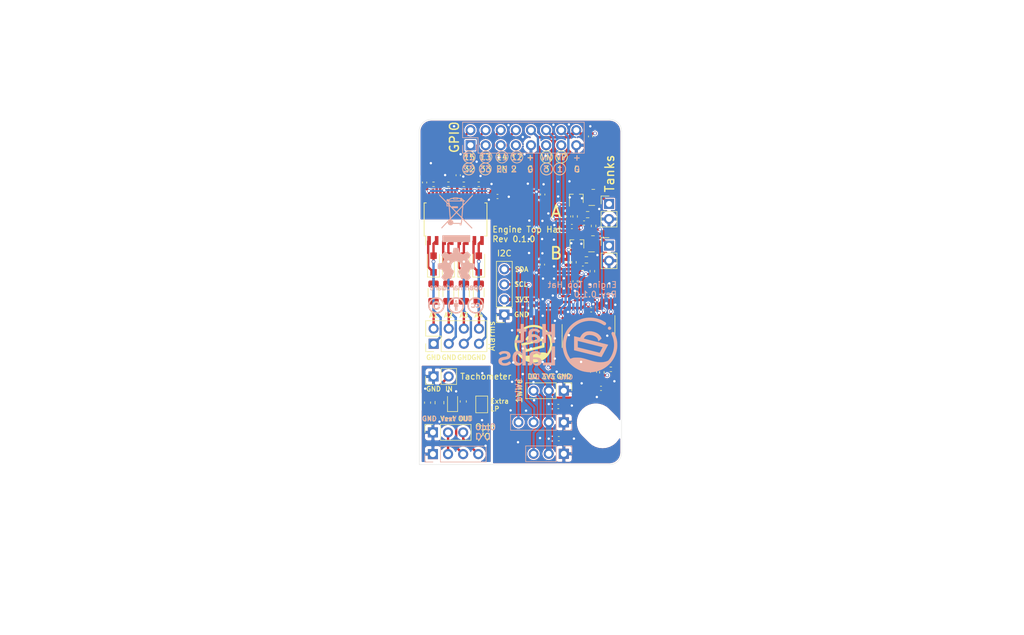
<source format=kicad_pcb>
(kicad_pcb (version 20171130) (host pcbnew "(5.1.9-0-10_14)")
  (title_block (title "Engine Top Hat for SH-ESP32") (date 2021-04-27) (rev 0.1.0) (company "Hat Labs Ltd") (comment 1 https://creativecommons.org/licenses/by-sa/4.0) (comment 2 "To view a copy of this license, visit ") (comment 3 "This design is licensed under CC BY-SA 4.0."))
  (layers (0 F.Cu signal) (31 B.Cu signal) (34 B.Paste user) (35 F.Paste user) (36 B.SilkS user) (37 F.SilkS user) (38 B.Mask user) (39 F.Mask user) (44 Edge.Cuts user))
  (net 0 "")
  (net 1 GND)
  (net 2 +3V3)
  (net 3 "Net-(C401-Pad1)")
  (net 4 "Net-(C402-Pad1)")
  (net 5 "/Tank sender/Vin")
  (net 6 "Net-(C501-Pad1)")
  (net 7 "/Tank sender/VoutB")
  (net 8 "/Tank sender/VoutA")
  (net 9 "Net-(J501-Pad2)")
  (net 10 "Net-(Q401-Pad2)")
  (net 11 "Net-(Q401-Pad1)")
  (net 12 "Net-(Q402-Pad2)")
  (net 13 "Net-(Q402-Pad1)")
  (net 14 ISO_GND)
  (net 15 /ISO_IN)
  (net 16 /IOHeader/ISO_OUT)
  (net 17 /IOHeader/V_ISO)
  (net 18 /IOHeader/DQ)
  (net 19 /IOHeader/SDA)
  (net 20 /IOHeader/SCL)
  (net 21 "Net-(D601-Pad1)")
  (net 22 "/Optocoupler input/IN1")
  (net 23 "Net-(D602-Pad1)")
  (net 24 "/Optocoupler input/IN2")
  (net 25 "Net-(D603-Pad1)")
  (net 26 "/Optocoupler input/IN3")
  (net 27 "Net-(D604-Pad1)")
  (net 28 "/Optocoupler input/IN4")
  (net 29 "/Optocoupler input/GND4")
  (net 30 "/Optocoupler input/GND3")
  (net 31 "/Optocoupler input/GND2")
  (net 32 "/Optocoupler input/GND1")
  (net 33 "/Tank sender/ADC_A")
  (net 34 "/Tank sender/ADC_B")
  (net 35 /AL4)
  (net 36 /AL3)
  (net 37 /AL2)
  (net 38 /AL1)
  (module SH-ESP32-tank-hat:HL_pictogram_6.3mm (layer F.Cu) (at 145.2 94.7)
    (fp_text reference G*** hide)
    (fp_text value LOGO hide)
  )
  (module SH-ESP32-tank-hat:Hat_Labs_20mm (layer B.Cu) (at 149.3 94.9 180)
    (fp_text reference G*** hide)
    (fp_text value LOGO hide)
  )
  (module Symbol:WEEE-Logo_5.6x8mm_SilkScreen (layer B.Cu) (at 132.2 73.6 180)
    (fp_text reference REF** hide)
    (fp_text value WEEE-Logo_5.6x8mm_SilkScreen hide)
  )
  (module Connector_PinSocket_2.54mm:PinSocket_2x08_P2.54mm_Vertical (layer B.Cu) (at 134.62 61.34 270)
    (fp_text reference J303 hide)
    (fp_text value "GPIO subset" hide)
    (pad 16 thru_hole oval (at -2.54 -17.78 270) (size 1.7 1.7) (drill 1) (layers *.Cu *.Mask) (net 2 +3V3))
    (pad 15 thru_hole oval (at 0 -17.78 270) (size 1.7 1.7) (drill 1) (layers *.Cu *.Mask) (net 1 GND))
    (pad 14 thru_hole oval (at -2.54 -15.24 270) (size 1.7 1.7) (drill 1) (layers *.Cu *.Mask) (net 34 "/Tank sender/ADC_B"))
    (pad 13 thru_hole oval (at 0 -15.24 270) (size 1.7 1.7) (drill 1) (layers *.Cu *.Mask))
    (pad 12 thru_hole oval (at -2.54 -12.7 270) (size 1.7 1.7) (drill 1) (layers *.Cu *.Mask) (net 33 "/Tank sender/ADC_A"))
    (pad 11 thru_hole oval (at 0 -12.7 270) (size 1.7 1.7) (drill 1) (layers *.Cu *.Mask))
    (pad 10 thru_hole oval (at -2.54 -10.16 270) (size 1.7 1.7) (drill 1) (layers *.Cu *.Mask) (net 2 +3V3))
    (pad 9 thru_hole oval (at 0 -10.16 270) (size 1.7 1.7) (drill 1) (layers *.Cu *.Mask) (net 1 GND))
    (pad 8 thru_hole oval (at -2.54 -7.62 270) (size 1.7 1.7) (drill 1) (layers *.Cu *.Mask) (net 35 /AL4))
    (pad 7 thru_hole oval (at 0 -7.62 270) (size 1.7 1.7) (drill 1) (layers *.Cu *.Mask))
    (pad 6 thru_hole oval (at -2.54 -5.08 270) (size 1.7 1.7) (drill 1) (layers *.Cu *.Mask) (net 36 /AL3))
    (pad 5 thru_hole oval (at 0 -5.08 270) (size 1.7 1.7) (drill 1) (layers *.Cu *.Mask))
    (pad 4 thru_hole oval (at -2.54 -2.54 270) (size 1.7 1.7) (drill 1) (layers *.Cu *.Mask) (net 37 /AL2))
    (pad 3 thru_hole oval (at 0 -2.54 270) (size 1.7 1.7) (drill 1) (layers *.Cu *.Mask))
    (pad 2 thru_hole oval (at -2.54 0 270) (size 1.7 1.7) (drill 1) (layers *.Cu *.Mask) (net 38 /AL1))
    (pad 1 thru_hole rect (at 0 0 270) (size 1.7 1.7) (drill 1) (layers *.Cu *.Mask))
  )
  (module Diode_SMD:D_SOD-123F (layer F.Cu) (at 136 81.3 90)
    (fp_text reference D604 hide)
    (fp_text value SM4007PL hide)
    (pad 2 smd rect (at 1.4 0 90) (size 1.1 1.1) (layers F.Cu F.Paste F.Mask) (net 29 "/Optocoupler input/GND4"))
    (pad 1 smd rect (at -1.4 0 90) (size 1.1 1.1) (layers F.Cu F.Paste F.Mask) (net 27 "Net-(D604-Pad1)"))
  )
  (module Diode_SMD:D_SOD-123F (layer F.Cu) (at 133.5 81.3 90)
    (fp_text reference D603 hide)
    (fp_text value SM4007PL hide)
    (pad 2 smd rect (at 1.4 0 90) (size 1.1 1.1) (layers F.Cu F.Paste F.Mask) (net 30 "/Optocoupler input/GND3"))
    (pad 1 smd rect (at -1.4 0 90) (size 1.1 1.1) (layers F.Cu F.Paste F.Mask) (net 25 "Net-(D603-Pad1)"))
  )
  (module Diode_SMD:D_SOD-123F (layer F.Cu) (at 130.9 81.3 90)
    (fp_text reference D602 hide)
    (fp_text value SM4007PL hide)
    (pad 2 smd rect (at 1.4 0 90) (size 1.1 1.1) (layers F.Cu F.Paste F.Mask) (net 31 "/Optocoupler input/GND2"))
    (pad 1 smd rect (at -1.4 0 90) (size 1.1 1.1) (layers F.Cu F.Paste F.Mask) (net 23 "Net-(D602-Pad1)"))
  )
  (module Diode_SMD:D_SOD-123F (layer F.Cu) (at 128.4 81.3 90)
    (fp_text reference D601 hide)
    (fp_text value SM4007PL hide)
    (pad 2 smd rect (at 1.4 0 90) (size 1.1 1.1) (layers F.Cu F.Paste F.Mask) (net 32 "/Optocoupler input/GND1"))
    (pad 1 smd rect (at -1.4 0 90) (size 1.1 1.1) (layers F.Cu F.Paste F.Mask) (net 21 "Net-(D601-Pad1)"))
  )
  (module Resistor_SMD:R_0402_1005Metric (layer F.Cu) (at 136 67.9 180)
    (fp_text reference R608 hide)
    (fp_text value 2.2k hide)
    (pad 2 smd roundrect (at 0.51 0 180) (size 0.54 0.64) (layers F.Cu F.Paste F.Mask) (net 1 GND))
    (pad 1 smd roundrect (at -0.51 0 180) (size 0.54 0.64) (layers F.Cu F.Paste F.Mask) (net 35 /AL4))
  )
  (module Resistor_SMD:R_0402_1005Metric (layer F.Cu) (at 133.49 67.9 180)
    (fp_text reference R607 hide)
    (fp_text value 2.2k hide)
    (pad 2 smd roundrect (at 0.51 0 180) (size 0.54 0.64) (layers F.Cu F.Paste F.Mask) (net 1 GND))
    (pad 1 smd roundrect (at -0.51 0 180) (size 0.54 0.64) (layers F.Cu F.Paste F.Mask) (net 36 /AL3))
  )
  (module Resistor_SMD:R_0402_1005Metric (layer F.Cu) (at 130.9 67.9 180)
    (fp_text reference R606 hide)
    (fp_text value 2.2k hide)
    (pad 2 smd roundrect (at 0.51 0 180) (size 0.54 0.64) (layers F.Cu F.Paste F.Mask) (net 1 GND))
    (pad 1 smd roundrect (at -0.51 0 180) (size 0.54 0.64) (layers F.Cu F.Paste F.Mask) (net 37 /AL2))
  )
  (module Resistor_SMD:R_0402_1005Metric (layer F.Cu) (at 128.4 67.9 180)
    (fp_text reference R605 hide)
    (fp_text value 2.2k hide)
    (pad 2 smd roundrect (at 0.51 0 180) (size 0.54 0.64) (layers F.Cu F.Paste F.Mask) (net 1 GND))
    (pad 1 smd roundrect (at -0.51 0 180) (size 0.54 0.64) (layers F.Cu F.Paste F.Mask) (net 38 /AL1))
  )
  (module Package_SO:SOIC-16W_5.3x10.2mm_P1.27mm (layer F.Cu) (at 132.1 73.8 90)
    (fp_text reference U601 hide)
    (fp_text value ELQ3H7 hide)
    (pad 16 smd rect (at 3.55 -4.445 90) (size 1.5 0.6) (layers F.Cu F.Paste F.Mask) (net 2 +3V3))
    (pad 15 smd rect (at 3.55 -3.175 90) (size 1.5 0.6) (layers F.Cu F.Paste F.Mask) (net 38 /AL1))
    (pad 14 smd rect (at 3.55 -1.905 90) (size 1.5 0.6) (layers F.Cu F.Paste F.Mask) (net 2 +3V3))
    (pad 13 smd rect (at 3.55 -0.635 90) (size 1.5 0.6) (layers F.Cu F.Paste F.Mask) (net 37 /AL2))
    (pad 12 smd rect (at 3.55 0.635 90) (size 1.5 0.6) (layers F.Cu F.Paste F.Mask) (net 2 +3V3))
    (pad 11 smd rect (at 3.55 1.905 90) (size 1.5 0.6) (layers F.Cu F.Paste F.Mask) (net 36 /AL3))
    (pad 10 smd rect (at 3.55 3.175 90) (size 1.5 0.6) (layers F.Cu F.Paste F.Mask) (net 2 +3V3))
    (pad 9 smd rect (at 3.55 4.445 90) (size 1.5 0.6) (layers F.Cu F.Paste F.Mask) (net 35 /AL4))
    (pad 8 smd rect (at -3.55 4.445 90) (size 1.5 0.6) (layers F.Cu F.Paste F.Mask) (net 29 "/Optocoupler input/GND4"))
    (pad 7 smd rect (at -3.55 3.175 90) (size 1.5 0.6) (layers F.Cu F.Paste F.Mask) (net 27 "Net-(D604-Pad1)"))
    (pad 6 smd rect (at -3.55 1.905 90) (size 1.5 0.6) (layers F.Cu F.Paste F.Mask) (net 30 "/Optocoupler input/GND3"))
    (pad 5 smd rect (at -3.55 0.635 90) (size 1.5 0.6) (layers F.Cu F.Paste F.Mask) (net 25 "Net-(D603-Pad1)"))
    (pad 4 smd rect (at -3.55 -0.635 90) (size 1.5 0.6) (layers F.Cu F.Paste F.Mask) (net 31 "/Optocoupler input/GND2"))
    (pad 3 smd rect (at -3.55 -1.905 90) (size 1.5 0.6) (layers F.Cu F.Paste F.Mask) (net 23 "Net-(D602-Pad1)"))
    (pad 2 smd rect (at -3.55 -3.175 90) (size 1.5 0.6) (layers F.Cu F.Paste F.Mask) (net 32 "/Optocoupler input/GND1"))
    (pad 1 smd rect (at -3.55 -4.445 90) (size 1.5 0.6) (layers F.Cu F.Paste F.Mask) (net 21 "Net-(D601-Pad1)"))
  )
  (module Connector_PinHeader_2.54mm:PinHeader_2x04_P2.54mm_Vertical (layer F.Cu) (at 128.42 94.7 90)
    (fp_text reference J601 hide)
    (fp_text value "Alarm input" hide)
    (pad 8 thru_hole oval (at 2.54 7.62 90) (size 1.7 1.7) (drill 1) (layers *.Cu *.Mask) (net 28 "/Optocoupler input/IN4"))
    (pad 7 thru_hole oval (at 0 7.62 90) (size 1.7 1.7) (drill 1) (layers *.Cu *.Mask) (net 29 "/Optocoupler input/GND4"))
    (pad 6 thru_hole oval (at 2.54 5.08 90) (size 1.7 1.7) (drill 1) (layers *.Cu *.Mask) (net 26 "/Optocoupler input/IN3"))
    (pad 5 thru_hole oval (at 0 5.08 90) (size 1.7 1.7) (drill 1) (layers *.Cu *.Mask) (net 30 "/Optocoupler input/GND3"))
    (pad 4 thru_hole oval (at 2.54 2.54 90) (size 1.7 1.7) (drill 1) (layers *.Cu *.Mask) (net 24 "/Optocoupler input/IN2"))
    (pad 3 thru_hole oval (at 0 2.54 90) (size 1.7 1.7) (drill 1) (layers *.Cu *.Mask) (net 31 "/Optocoupler input/GND2"))
    (pad 2 thru_hole oval (at 2.54 0 90) (size 1.7 1.7) (drill 1) (layers *.Cu *.Mask) (net 22 "/Optocoupler input/IN1"))
    (pad 1 thru_hole rect (at 0 0 90) (size 1.7 1.7) (drill 1) (layers *.Cu *.Mask) (net 32 "/Optocoupler input/GND1"))
  )
  (module Resistor_SMD:R_1206_3216Metric (layer F.Cu) (at 136 86.1 90)
    (fp_text reference R604 hide)
    (fp_text value 3.3k hide)
    (pad 2 smd roundrect (at 1.4625 0 90) (size 1.125 1.75) (layers F.Cu F.Paste F.Mask) (roundrect_rratio 0.222222) (net 27 "Net-(D604-Pad1)"))
    (pad 1 smd roundrect (at -1.4625 0 90) (size 1.125 1.75) (layers F.Cu F.Paste F.Mask) (roundrect_rratio 0.222222) (net 28 "/Optocoupler input/IN4"))
  )
  (module Resistor_SMD:R_1206_3216Metric (layer F.Cu) (at 133.5 86.1 90)
    (fp_text reference R603 hide)
    (fp_text value 3.3k hide)
    (pad 2 smd roundrect (at 1.4625 0 90) (size 1.125 1.75) (layers F.Cu F.Paste F.Mask) (roundrect_rratio 0.222222) (net 25 "Net-(D603-Pad1)"))
    (pad 1 smd roundrect (at -1.4625 0 90) (size 1.125 1.75) (layers F.Cu F.Paste F.Mask) (roundrect_rratio 0.222222) (net 26 "/Optocoupler input/IN3"))
  )
  (module Resistor_SMD:R_1206_3216Metric (layer F.Cu) (at 130.9 86.1 90)
    (fp_text reference R602 hide)
    (fp_text value 3.3k hide)
    (pad 2 smd roundrect (at 1.4625 0 90) (size 1.125 1.75) (layers F.Cu F.Paste F.Mask) (roundrect_rratio 0.222222) (net 23 "Net-(D602-Pad1)"))
    (pad 1 smd roundrect (at -1.4625 0 90) (size 1.125 1.75) (layers F.Cu F.Paste F.Mask) (roundrect_rratio 0.222222) (net 24 "/Optocoupler input/IN2"))
  )
  (module Resistor_SMD:R_1206_3216Metric (layer F.Cu) (at 128.4 86.1 90)
    (fp_text reference R601 hide)
    (fp_text value 3.3k hide)
    (pad 2 smd roundrect (at 1.4625 0 90) (size 1.125 1.75) (layers F.Cu F.Paste F.Mask) (roundrect_rratio 0.222222) (net 21 "Net-(D601-Pad1)"))
    (pad 1 smd roundrect (at -1.4625 0 90) (size 1.125 1.75) (layers F.Cu F.Paste F.Mask) (roundrect_rratio 0.222222) (net 22 "/Optocoupler input/IN1"))
  )
  (module Connector_PinHeader_2.54mm:PinHeader_1x02_P2.54mm_Vertical (layer F.Cu) (at 128.4 100.2 90)
    (fp_text reference J501 hide)
    (fp_text value Conn_01x02 hide)
    (pad 2 thru_hole oval (at 0 2.54 90) (size 1.7 1.7) (drill 1) (layers *.Cu *.Mask) (net 9 "Net-(J501-Pad2)"))
    (pad 1 thru_hole rect (at 0 0 90) (size 1.7 1.7) (drill 1) (layers *.Cu *.Mask) (net 14 ISO_GND))
  )
  (module Connector_PinHeader_2.54mm:PinHeader_1x02_P2.54mm_Vertical (layer F.Cu) (at 157.9 78.2)
    (fp_text reference J402 hide)
    (fp_text value Conn_01x02 hide)
    (pad 2 thru_hole oval (at 0 2.54) (size 1.7 1.7) (drill 1) (layers *.Cu *.Mask) (net 1 GND))
    (pad 1 thru_hole rect (at 0 0) (size 1.7 1.7) (drill 1) (layers *.Cu *.Mask) (net 7 "/Tank sender/VoutB"))
  )
  (module Connector_PinHeader_2.54mm:PinHeader_1x02_P2.54mm_Vertical (layer F.Cu) (at 157.9 71.2)
    (fp_text reference J401 hide)
    (fp_text value Conn_01x02 hide)
    (pad 2 thru_hole oval (at 0 2.54) (size 1.7 1.7) (drill 1) (layers *.Cu *.Mask) (net 1 GND))
    (pad 1 thru_hole rect (at 0 0) (size 1.7 1.7) (drill 1) (layers *.Cu *.Mask) (net 8 "/Tank sender/VoutA"))
  )
  (module Package_TO_SOT_SMD:SOT-323_SC-70 (layer F.Cu) (at 152.5 77.95 90)
    (fp_text reference Q402 hide)
    (fp_text value S9015 hide)
    (pad 3 smd rect (at 1 0) (size 0.45 0.7) (layers F.Cu F.Paste F.Mask) (net 7 "/Tank sender/VoutB"))
    (pad 2 smd rect (at -1 0.65) (size 0.45 0.7) (layers F.Cu F.Paste F.Mask) (net 12 "Net-(Q402-Pad2)"))
    (pad 1 smd rect (at -1 -0.65) (size 0.45 0.7) (layers F.Cu F.Paste F.Mask) (net 13 "Net-(Q402-Pad1)"))
  )
  (module Package_TO_SOT_SMD:SOT-323_SC-70 (layer F.Cu) (at 152.4 70.3 90)
    (fp_text reference Q401 hide)
    (fp_text value S9015 hide)
    (pad 3 smd rect (at 1 0) (size 0.45 0.7) (layers F.Cu F.Paste F.Mask) (net 8 "/Tank sender/VoutA"))
    (pad 2 smd rect (at -1 0.65) (size 0.45 0.7) (layers F.Cu F.Paste F.Mask) (net 10 "Net-(Q401-Pad2)"))
    (pad 1 smd rect (at -1 -0.65) (size 0.45 0.7) (layers F.Cu F.Paste F.Mask) (net 11 "Net-(Q401-Pad1)"))
  )
  (module Package_DFN_QFN:Diodes_UDFN-10_1.0x2.5mm_P0.5mm (layer F.Cu) (at 154.95 77.9)
    (fp_text reference U403 hide)
    (fp_text value RCLAMP0524P-N hide)
    (pad 2 smd rect (at -0.3875 -0.5 270) (size 0.25 0.625) (layers F.Cu F.Paste F.Mask))
    (pad 3 smd rect (at -0.35 0 270) (size 0.45 0.7) (layers F.Cu F.Paste F.Mask) (net 1 GND))
    (pad 1 smd rect (at -0.3875 -1 270) (size 0.25 0.625) (layers F.Cu F.Paste F.Mask) (net 7 "/Tank sender/VoutB"))
    (pad 4 smd rect (at -0.3875 0.5 270) (size 0.25 0.625) (layers F.Cu F.Paste F.Mask))
    (pad 10 smd rect (at 0.3875 -1 270) (size 0.25 0.625) (layers F.Cu F.Paste F.Mask) (net 7 "/Tank sender/VoutB"))
    (pad 9 smd rect (at 0.3875 -0.5 270) (size 0.25 0.625) (layers F.Cu F.Paste F.Mask))
    (pad 5 smd rect (at -0.3875 1 270) (size 0.25 0.625) (layers F.Cu F.Paste F.Mask))
    (pad 8 smd rect (at 0.4125 0 270) (size 0.45 0.575) (layers F.Cu F.Paste F.Mask) (net 1 GND))
    (pad 6 smd rect (at 0.3875 1 270) (size 0.25 0.625) (layers F.Cu F.Paste F.Mask))
    (pad 7 smd rect (at 0.3875 0.5 270) (size 0.25 0.625) (layers F.Cu F.Paste F.Mask))
  )
  (module Package_DFN_QFN:Diodes_UDFN-10_1.0x2.5mm_P0.5mm (layer F.Cu) (at 155 70.1)
    (fp_text reference U402 hide)
    (fp_text value RCLAMP0524P-N hide)
    (pad 2 smd rect (at -0.3875 -0.5 270) (size 0.25 0.625) (layers F.Cu F.Paste F.Mask))
    (pad 3 smd rect (at -0.35 0 270) (size 0.45 0.7) (layers F.Cu F.Paste F.Mask) (net 1 GND))
    (pad 1 smd rect (at -0.3875 -1 270) (size 0.25 0.625) (layers F.Cu F.Paste F.Mask) (net 8 "/Tank sender/VoutA"))
    (pad 4 smd rect (at -0.3875 0.5 270) (size 0.25 0.625) (layers F.Cu F.Paste F.Mask))
    (pad 10 smd rect (at 0.3875 -1 270) (size 0.25 0.625) (layers F.Cu F.Paste F.Mask) (net 8 "/Tank sender/VoutA"))
    (pad 9 smd rect (at 0.3875 -0.5 270) (size 0.25 0.625) (layers F.Cu F.Paste F.Mask))
    (pad 5 smd rect (at -0.3875 1 270) (size 0.25 0.625) (layers F.Cu F.Paste F.Mask))
    (pad 8 smd rect (at 0.4125 0 270) (size 0.45 0.575) (layers F.Cu F.Paste F.Mask) (net 1 GND))
    (pad 6 smd rect (at 0.3875 1 270) (size 0.25 0.625) (layers F.Cu F.Paste F.Mask))
    (pad 7 smd rect (at 0.3875 0.5 270) (size 0.25 0.625) (layers F.Cu F.Paste F.Mask))
  )
  (module Resistor_SMD:R_0402_1005Metric (layer F.Cu) (at 152 81 90)
    (fp_text reference R408 hide)
    (fp_text value 1.5k hide)
    (pad 2 smd roundrect (at 0.51 0 90) (size 0.54 0.64) (layers F.Cu F.Paste F.Mask) (net 7 "/Tank sender/VoutB"))
    (pad 1 smd roundrect (at -0.51 0 90) (size 0.54 0.64) (layers F.Cu F.Paste F.Mask) (net 34 "/Tank sender/ADC_B"))
  )
  (module Resistor_SMD:R_0402_1005Metric (layer F.Cu) (at 152.2 73.3 90)
    (fp_text reference R407 hide)
    (fp_text value 1.5k hide)
    (pad 2 smd roundrect (at 0.51 0 90) (size 0.54 0.64) (layers F.Cu F.Paste F.Mask) (net 8 "/Tank sender/VoutA"))
    (pad 1 smd roundrect (at -0.51 0 90) (size 0.54 0.64) (layers F.Cu F.Paste F.Mask) (net 33 "/Tank sender/ADC_A"))
  )
  (module Resistor_SMD:R_0402_1005Metric (layer F.Cu) (at 158.2 99)
    (fp_text reference R406 hide)
    (fp_text value 10k hide)
    (pad 2 smd roundrect (at 0.51 0) (size 0.54 0.64) (layers F.Cu F.Paste F.Mask) (net 1 GND))
    (pad 1 smd roundrect (at -0.51 0) (size 0.54 0.64) (layers F.Cu F.Paste F.Mask) (net 5 "/Tank sender/Vin"))
  )
  (module Resistor_SMD:R_0402_1005Metric (layer F.Cu) (at 156.7 99.5 90)
    (fp_text reference R405 hide)
    (fp_text value 1k hide)
    (pad 2 smd roundrect (at 0.51 0 90) (size 0.54 0.64) (layers F.Cu F.Paste F.Mask) (net 5 "/Tank sender/Vin"))
    (pad 1 smd roundrect (at -0.51 0 90) (size 0.54 0.64) (layers F.Cu F.Paste F.Mask) (net 2 +3V3))
  )
  (module Resistor_SMD:R_0603_1608Metric (layer F.Cu) (at 154.1 80.6)
    (fp_text reference R404 hide)
    (fp_text value 30 hide)
    (pad 2 smd roundrect (at 0.825 0) (size 0.8 0.95) (layers F.Cu F.Paste F.Mask) (net 12 "Net-(Q402-Pad2)"))
    (pad 1 smd roundrect (at -0.825 0) (size 0.8 0.95) (layers F.Cu F.Paste F.Mask) (net 2 +3V3))
  )
  (module Resistor_SMD:R_0603_1608Metric (layer F.Cu) (at 154.3 73)
    (fp_text reference R403 hide)
    (fp_text value 30 hide)
    (pad 2 smd roundrect (at 0.825 0) (size 0.8 0.95) (layers F.Cu F.Paste F.Mask) (net 10 "Net-(Q401-Pad2)"))
    (pad 1 smd roundrect (at -0.825 0) (size 0.8 0.95) (layers F.Cu F.Paste F.Mask) (net 2 +3V3))
  )
  (module Resistor_SMD:R_0402_1005Metric (layer F.Cu) (at 155.1 82.5 270)
    (fp_text reference R402 hide)
    (fp_text value 1k hide)
    (pad 2 smd roundrect (at 0.51 0 270) (size 0.54 0.64) (layers F.Cu F.Paste F.Mask) (net 4 "Net-(C402-Pad1)"))
    (pad 1 smd roundrect (at -0.51 0 270) (size 0.54 0.64) (layers F.Cu F.Paste F.Mask) (net 12 "Net-(Q402-Pad2)"))
  )
  (module Resistor_SMD:R_0402_1005Metric (layer F.Cu) (at 155.3 74.9 270)
    (fp_text reference R401 hide)
    (fp_text value 1k hide)
    (pad 2 smd roundrect (at 0.51 0 270) (size 0.54 0.64) (layers F.Cu F.Paste F.Mask) (net 3 "Net-(C401-Pad1)"))
    (pad 1 smd roundrect (at -0.51 0 270) (size 0.54 0.64) (layers F.Cu F.Paste F.Mask) (net 10 "Net-(Q401-Pad2)"))
  )
  (module Connector_PinHeader_2.54mm:PinHeader_1x03_P2.54mm_Vertical (layer F.Cu) (at 150.3 102.6 270)
    (fp_text reference J305 hide)
    (fp_text value 1-Wire_top hide)
    (pad 3 thru_hole oval (at 0 5.08 270) (size 1.7 1.7) (drill 1) (layers *.Cu *.Mask) (net 18 /IOHeader/DQ))
    (pad 2 thru_hole oval (at 0 2.54 270) (size 1.7 1.7) (drill 1) (layers *.Cu *.Mask) (net 2 +3V3))
    (pad 1 thru_hole rect (at 0 0 270) (size 1.7 1.7) (drill 1) (layers *.Cu *.Mask) (net 1 GND))
  )
  (module Connector_PinSocket_2.54mm:PinSocket_1x04_P2.54mm_Vertical (layer F.Cu) (at 140.3 89.8 180)
    (fp_text reference J301 hide)
    (fp_text value I2C_top hide)
    (pad 4 thru_hole oval (at 0 7.62 180) (size 1.7 1.7) (drill 1) (layers *.Cu *.Mask) (net 19 /IOHeader/SDA))
    (pad 3 thru_hole oval (at 0 5.08 180) (size 1.7 1.7) (drill 1) (layers *.Cu *.Mask) (net 20 /IOHeader/SCL))
    (pad 2 thru_hole oval (at 0 2.54 180) (size 1.7 1.7) (drill 1) (layers *.Cu *.Mask) (net 2 +3V3))
    (pad 1 thru_hole rect (at 0 0 180) (size 1.7 1.7) (drill 1) (layers *.Cu *.Mask) (net 1 GND))
  )
  (module Capacitor_SMD:C_0402_1005Metric (layer F.Cu) (at 150.9 81 90)
    (fp_text reference C406 hide)
    (fp_text value 1uF hide)
    (pad 2 smd roundrect (at 0.48 0 90) (size 0.56 0.62) (layers F.Cu F.Paste F.Mask) (net 1 GND))
    (pad 1 smd roundrect (at -0.48 0 90) (size 0.56 0.62) (layers F.Cu F.Paste F.Mask) (net 34 "/Tank sender/ADC_B"))
  )
  (module Capacitor_SMD:C_0402_1005Metric (layer F.Cu) (at 151.1 73.3 90)
    (fp_text reference C405 hide)
    (fp_text value 1uF hide)
    (pad 2 smd roundrect (at 0.48 0 90) (size 0.56 0.62) (layers F.Cu F.Paste F.Mask) (net 1 GND))
    (pad 1 smd roundrect (at -0.48 0 90) (size 0.56 0.62) (layers F.Cu F.Paste F.Mask) (net 33 "/Tank sender/ADC_A"))
  )
  (module Capacitor_SMD:C_0603_1608Metric (layer F.Cu) (at 155.3 99.4 270)
    (fp_text reference C404 hide)
    (fp_text value 68nF hide)
    (pad 2 smd roundrect (at 0.775 0 270) (size 0.9 0.95) (layers F.Cu F.Paste F.Mask) (net 1 GND))
    (pad 1 smd roundrect (at -0.775 0 270) (size 0.9 0.95) (layers F.Cu F.Paste F.Mask) (net 5 "/Tank sender/Vin"))
  )
  (module Capacitor_SMD:C_0402_1005Metric (layer F.Cu) (at 154.9 89)
    (fp_text reference C403 hide)
    (fp_text value 100nF hide)
    (pad 2 smd roundrect (at 0.48 0) (size 0.56 0.62) (layers F.Cu F.Paste F.Mask) (net 1 GND))
    (pad 1 smd roundrect (at -0.48 0) (size 0.56 0.62) (layers F.Cu F.Paste F.Mask) (net 2 +3V3))
  )
  (module Capacitor_SMD:C_0402_1005Metric (layer F.Cu) (at 153.5 82 180)
    (fp_text reference C402 hide)
    (fp_text value 100nF hide)
    (pad 2 smd roundrect (at 0.48 0 180) (size 0.56 0.62) (layers F.Cu F.Paste F.Mask) (net 2 +3V3))
    (pad 1 smd roundrect (at -0.48 0 180) (size 0.56 0.62) (layers F.Cu F.Paste F.Mask) (net 4 "Net-(C402-Pad1)"))
  )
  (module Capacitor_SMD:C_0402_1005Metric (layer F.Cu) (at 153.7 74.4 180)
    (fp_text reference C401 hide)
    (fp_text value 100nF hide)
    (pad 2 smd roundrect (at 0.48 0 180) (size 0.56 0.62) (layers F.Cu F.Paste F.Mask) (net 2 +3V3))
    (pad 1 smd roundrect (at -0.48 0 180) (size 0.56 0.62) (layers F.Cu F.Paste F.Mask) (net 3 "Net-(C401-Pad1)"))
  )
  (module Capacitor_SMD:C_0402_1005Metric (layer F.Cu) (at 126.9 67.6 270)
    (fp_text reference C212 hide)
    (fp_text value 100nF hide)
    (pad 2 smd roundrect (at 0.48 0 270) (size 0.56 0.62) (layers F.Cu F.Paste F.Mask) (net 2 +3V3))
    (pad 1 smd roundrect (at -0.48 0 270) (size 0.56 0.62) (layers F.Cu F.Paste F.Mask) (net 1 GND))
  )
  (module Capacitor_SMD:C_0402_1005Metric (layer F.Cu) (at 132.55 66.38 270)
    (fp_text reference C211 hide)
    (fp_text value 100nF hide)
    (pad 2 smd roundrect (at 0.48 0 270) (size 0.56 0.62) (layers F.Cu F.Paste F.Mask) (net 2 +3V3))
    (pad 1 smd roundrect (at -0.48 0 270) (size 0.56 0.62) (layers F.Cu F.Paste F.Mask) (net 1 GND))
  )
  (module Capacitor_SMD:C_0402_1005Metric (layer F.Cu) (at 139.15 69.95 180)
    (fp_text reference C210 hide)
    (fp_text value 100nF hide)
    (pad 2 smd roundrect (at 0.48 0 180) (size 0.56 0.62) (layers F.Cu F.Paste F.Mask) (net 2 +3V3))
    (pad 1 smd roundrect (at -0.48 0 180) (size 0.56 0.62) (layers F.Cu F.Paste F.Mask) (net 1 GND))
  )
  (module Capacitor_SMD:C_0402_1005Metric (layer F.Cu) (at 146.75 69.62 90)
    (fp_text reference C208 hide)
    (fp_text value 100nF hide)
    (pad 2 smd roundrect (at 0.48 0 90) (size 0.56 0.62) (layers F.Cu F.Paste F.Mask) (net 2 +3V3))
    (pad 1 smd roundrect (at -0.48 0 90) (size 0.56 0.62) (layers F.Cu F.Paste F.Mask) (net 1 GND))
  )
  (module Capacitor_SMD:C_0402_1005Metric (layer F.Cu) (at 154.8 59.85 90)
    (fp_text reference C206 hide)
    (fp_text value 100nF hide)
    (pad 2 smd roundrect (at 0.48 0 90) (size 0.56 0.62) (layers F.Cu F.Paste F.Mask) (net 2 +3V3))
    (pad 1 smd roundrect (at -0.48 0 90) (size 0.56 0.62) (layers F.Cu F.Paste F.Mask) (net 1 GND))
  )
  (module Capacitor_SMD:C_0402_1005Metric (layer F.Cu) (at 156.55 102.2 180)
    (fp_text reference C205 hide)
    (fp_text value 100nF hide)
    (pad 2 smd roundrect (at 0.48 0 180) (size 0.56 0.62) (layers F.Cu F.Paste F.Mask) (net 2 +3V3))
    (pad 1 smd roundrect (at -0.48 0 180) (size 0.56 0.62) (layers F.Cu F.Paste F.Mask) (net 1 GND))
  )
  (module Capacitor_SMD:C_0402_1005Metric (layer F.Cu) (at 144.85 88.7 90)
    (fp_text reference C204 hide)
    (fp_text value 100nF hide)
    (pad 2 smd roundrect (at 0.48 0 90) (size 0.56 0.62) (layers F.Cu F.Paste F.Mask) (net 2 +3V3))
    (pad 1 smd roundrect (at -0.48 0 90) (size 0.56 0.62) (layers F.Cu F.Paste F.Mask) (net 1 GND))
  )
  (module Capacitor_SMD:C_0402_1005Metric (layer F.Cu) (at 146.7 81.4 270)
    (fp_text reference C203 hide)
    (fp_text value 100nF hide)
    (pad 2 smd roundrect (at 0.48 0 270) (size 0.56 0.62) (layers F.Cu F.Paste F.Mask) (net 2 +3V3))
    (pad 1 smd roundrect (at -0.48 0 270) (size 0.56 0.62) (layers F.Cu F.Paste F.Mask) (net 1 GND))
  )
  (module Capacitor_SMD:C_0402_1005Metric (layer F.Cu) (at 149.45 110.65 180)
    (fp_text reference C202 hide)
    (fp_text value 100nF hide)
    (pad 2 smd roundrect (at 0.48 0 180) (size 0.56 0.62) (layers F.Cu F.Paste F.Mask) (net 2 +3V3))
    (pad 1 smd roundrect (at -0.48 0 180) (size 0.56 0.62) (layers F.Cu F.Paste F.Mask) (net 1 GND))
  )
  (module Capacitor_SMD:C_0402_1005Metric (layer F.Cu) (at 151.65 75)
    (fp_text reference C201 hide)
    (fp_text value 100nF hide)
    (pad 2 smd roundrect (at 0.48 0) (size 0.56 0.62) (layers F.Cu F.Paste F.Mask) (net 2 +3V3))
    (pad 1 smd roundrect (at -0.48 0) (size 0.56 0.62) (layers F.Cu F.Paste F.Mask) (net 1 GND))
  )
  (module Connector_PinSocket_2.54mm:PinSocket_1x03_P2.54mm_Vertical (layer F.Cu) (at 128.3 109.6 90)
    (fp_text reference J307 hide)
    (fp_text value Opto_top hide)
    (pad 3 thru_hole oval (at 0 5.08 90) (size 1.7 1.7) (drill 1) (layers *.Cu *.Mask) (net 16 /IOHeader/ISO_OUT))
    (pad 2 thru_hole oval (at 0 2.54 90) (size 1.7 1.7) (drill 1) (layers *.Cu *.Mask) (net 17 /IOHeader/V_ISO))
    (pad 1 thru_hole rect (at 0 0 90) (size 1.7 1.7) (drill 1) (layers *.Cu *.Mask) (net 14 ISO_GND))
  )
  (module Connector_PinSocket_2.54mm:PinSocket_1x03_P2.54mm_Vertical (layer B.Cu) (at 150.3 113.2 90)
    (fp_text reference J306 hide)
    (fp_text value 1-Wire_bottom hide)
    (pad 3 thru_hole oval (at 0 -5.08 90) (size 1.7 1.7) (drill 1) (layers *.Cu *.Mask) (net 18 /IOHeader/DQ))
    (pad 2 thru_hole oval (at 0 -2.54 90) (size 1.7 1.7) (drill 1) (layers *.Cu *.Mask) (net 2 +3V3))
    (pad 1 thru_hole rect (at 0 0 90) (size 1.7 1.7) (drill 1) (layers *.Cu *.Mask) (net 1 GND))
  )
  (module Connector_PinSocket_2.54mm:PinSocket_1x04_P2.54mm_Vertical (layer B.Cu) (at 128.3 113.25 270)
    (fp_text reference J304 hide)
    (fp_text value Opto_bottom hide)
    (pad 4 thru_hole oval (at 0 -7.62 270) (size 1.7 1.7) (drill 1) (layers *.Cu *.Mask) (net 16 /IOHeader/ISO_OUT))
    (pad 3 thru_hole oval (at 0 -5.08 270) (size 1.7 1.7) (drill 1) (layers *.Cu *.Mask) (net 15 /ISO_IN))
    (pad 2 thru_hole oval (at 0 -2.54 270) (size 1.7 1.7) (drill 1) (layers *.Cu *.Mask) (net 17 /IOHeader/V_ISO))
    (pad 1 thru_hole rect (at 0 0 270) (size 1.7 1.7) (drill 1) (layers *.Cu *.Mask) (net 14 ISO_GND))
  )
  (module Package_SO:SOIC-14_3.9x8.7mm_P1.27mm (layer F.Cu) (at 154.45 93.4 270)
    (fp_text reference U401 hide)
    (fp_text value LMV324 hide)
    (pad 14 smd roundrect (at 2.475 -3.81 270) (size 1.95 0.6) (layers F.Cu F.Paste F.Mask))
    (pad 13 smd roundrect (at 2.475 -2.54 270) (size 1.95 0.6) (layers F.Cu F.Paste F.Mask) (net 1 GND))
    (pad 12 smd roundrect (at 2.475 -1.27 270) (size 1.95 0.6) (layers F.Cu F.Paste F.Mask) (net 1 GND))
    (pad 11 smd roundrect (at 2.475 0 270) (size 1.95 0.6) (layers F.Cu F.Paste F.Mask) (net 1 GND))
    (pad 10 smd roundrect (at 2.475 1.27 270) (size 1.95 0.6) (layers F.Cu F.Paste F.Mask) (net 1 GND))
    (pad 9 smd roundrect (at 2.475 2.54 270) (size 1.95 0.6) (layers F.Cu F.Paste F.Mask) (net 1 GND))
    (pad 8 smd roundrect (at 2.475 3.81 270) (size 1.95 0.6) (layers F.Cu F.Paste F.Mask))
    (pad 7 smd roundrect (at -2.475 3.81 270) (size 1.95 0.6) (layers F.Cu F.Paste F.Mask) (net 13 "Net-(Q402-Pad1)"))
    (pad 6 smd roundrect (at -2.475 2.54 270) (size 1.95 0.6) (layers F.Cu F.Paste F.Mask) (net 5 "/Tank sender/Vin"))
    (pad 5 smd roundrect (at -2.475 1.27 270) (size 1.95 0.6) (layers F.Cu F.Paste F.Mask) (net 4 "Net-(C402-Pad1)"))
    (pad 4 smd roundrect (at -2.475 0 270) (size 1.95 0.6) (layers F.Cu F.Paste F.Mask) (net 2 +3V3))
    (pad 3 smd roundrect (at -2.475 -1.27 270) (size 1.95 0.6) (layers F.Cu F.Paste F.Mask) (net 5 "/Tank sender/Vin"))
    (pad 2 smd roundrect (at -2.475 -2.54 270) (size 1.95 0.6) (layers F.Cu F.Paste F.Mask) (net 3 "Net-(C401-Pad1)"))
    (pad 1 smd roundrect (at -2.475 -3.81 270) (size 1.95 0.6) (layers F.Cu F.Paste F.Mask) (net 11 "Net-(Q401-Pad1)"))
  )
  (module Resistor_SMD:R_0805_2012Metric (layer F.Cu) (at 129.4 104.6 90)
    (fp_text reference R501 hide)
    (fp_text value 3.3k hide)
    (pad 2 smd roundrect (at 0.9125 0 90) (size 1.025 1.4) (layers F.Cu F.Paste F.Mask) (roundrect_rratio 0.243902) (net 9 "Net-(J501-Pad2)"))
    (pad 1 smd roundrect (at -0.9125 0 90) (size 1.025 1.4) (layers F.Cu F.Paste F.Mask) (roundrect_rratio 0.243902) (net 15 /ISO_IN))
  )
  (module Jumper:SolderJumper-2_P1.3mm_Open_Pad1.0x1.5mm (layer F.Cu) (at 136.5 104.9 270)
    (fp_text reference JP501 hide)
    (fp_text value SolderJumper_2_Open hide)
    (pad 1 smd rect (at -0.65 0 270) (size 1 1.5) (layers F.Cu F.Mask) (net 6 "Net-(C501-Pad1)"))
    (pad 2 smd rect (at 0.65 0 270) (size 1 1.5) (layers F.Cu F.Mask) (net 15 /ISO_IN))
  )
  (module Diode_SMD:D_SOD-323 (layer F.Cu) (at 131.6 104.6 90)
    (fp_text reference D501 hide)
    (fp_text value BZT52C16S hide)
    (pad 2 smd rect (at 1.05 0 90) (size 0.6 0.45) (layers F.Cu F.Paste F.Mask) (net 14 ISO_GND))
    (pad 1 smd rect (at -1.05 0 90) (size 0.6 0.45) (layers F.Cu F.Paste F.Mask) (net 15 /ISO_IN))
  )
  (module Capacitor_SMD:C_0603_1608Metric (layer F.Cu) (at 127.4 104.6 90)
    (fp_text reference C502 hide)
    (fp_text value 4.7nF hide)
    (pad 2 smd roundrect (at 0.775 0 90) (size 0.9 0.95) (layers F.Cu F.Paste F.Mask) (net 14 ISO_GND))
    (pad 1 smd roundrect (at -0.775 0 90) (size 0.9 0.95) (layers F.Cu F.Paste F.Mask) (net 15 /ISO_IN))
  )
  (module Capacitor_SMD:C_0603_1608Metric (layer F.Cu) (at 133.4 104.4 90)
    (fp_text reference C501 hide)
    (fp_text value 47nF hide)
    (pad 2 smd roundrect (at 0.775 0 90) (size 0.9 0.95) (layers F.Cu F.Paste F.Mask) (net 14 ISO_GND))
    (pad 1 smd roundrect (at -0.775 0 90) (size 0.9 0.95) (layers F.Cu F.Paste F.Mask) (net 6 "Net-(C501-Pad1)"))
  )
  (module Connector_PinHeader_2.54mm:PinHeader_1x04_P2.54mm_Vertical (layer B.Cu) (at 150.3 107.91 90)
    (fp_text reference J302 hide)
    (fp_text value I2C_bottom hide)
    (pad 4 thru_hole oval (at 0 -7.62 90) (size 1.7 1.7) (drill 1) (layers *.Cu *.Mask) (net 19 /IOHeader/SDA))
    (pad 3 thru_hole oval (at 0 -5.08 90) (size 1.7 1.7) (drill 1) (layers *.Cu *.Mask) (net 20 /IOHeader/SCL))
    (pad 2 thru_hole oval (at 0 -2.54 90) (size 1.7 1.7) (drill 1) (layers *.Cu *.Mask) (net 2 +3V3))
    (pad 1 thru_hole rect (at 0 0 90) (size 1.7 1.7) (drill 1) (layers *.Cu *.Mask) (net 1 GND))
  )
  (module Capacitor_SMD:C_0402_1005Metric (layer F.Cu) (at 149.37 105.25 180)
    (fp_text reference C209 hide)
    (fp_text value 100nF hide)
    (pad 2 smd roundrect (at 0.48 0 180) (size 0.56 0.62) (layers F.Cu F.Paste F.Mask) (net 2 +3V3))
    (pad 1 smd roundrect (at -0.48 0 180) (size 0.56 0.62) (layers F.Cu F.Paste F.Mask) (net 1 GND))
  )
  (module Capacitor_SMD:C_0402_1005Metric (layer F.Cu) (at 152.2 84.2 90)
    (fp_text reference C207 hide)
    (fp_text value 100nF hide)
    (pad 2 smd roundrect (at 0.48 0 90) (size 0.56 0.62) (layers F.Cu F.Paste F.Mask) (net 2 +3V3))
    (pad 1 smd roundrect (at -0.48 0 90) (size 0.56 0.62) (layers F.Cu F.Paste F.Mask) (net 1 GND))
  )
  (module SH-ESP32:MountingSlot_3.2mm_M3_Unplated (layer F.Cu) (at 156.25 108.5 135)
    (fp_text reference H202 hide)
    (fp_text value MountingHole hide)
    (pad "" np_thru_hole oval (at 0 0 135) (size 4.8 3.2) (drill oval 4.8 3.2) (layers *.Cu *.Mask) (clearance 1.6))
  )
  (module Symbol:OSHW-Logo2_9.8x8mm_SilkScreen (layer B.Cu) (at 132.2 82.3 180)
    (fp_text reference REF** hide)
    (fp_text value OSHW-Logo2_9.8x8mm_SilkScreen hide)
  )
  (module SH-ESP32:cc-by-sa-10mm (layer B.Cu) (at 132.2 88.3 180)
    (fp_text reference G*** hide)
    (fp_text value LOGO hide)
  )
  (gr_text "Engine Top Hat\nRev 0.1.0" (at 138.2 76.3) (layer F.SilkS) (effects (font (size 1 1) (thickness 0.16)) (justify left)))
  (gr_text "Engine Top Hat\nRev 0.1.0" (at 159.3 85.6) (layer B.SilkS) (effects (font (size 1 1) (thickness 0.16)) (justify left mirror)))
  (gr_arc (start 158 113) (end 158 115) (angle -90) (layer Edge.Cuts) (width 0.05))
  (gr_arc (start 158 59) (end 160 59) (angle -90) (layer Edge.Cuts) (width 0.05))
  (gr_arc (start 128 59) (end 128 57) (angle -90) (layer Edge.Cuts) (width 0.05))
  (gr_circle (center 134.4 63.3) (end 135.4 63.3) (layer B.SilkS) (width 0.12))
  (gr_circle (center 137.2 63.3) (end 138.2 63.3) (layer B.SilkS) (width 0.12))
  (gr_circle (center 139.9 63.3) (end 140.9 63.3) (layer B.SilkS) (width 0.12))
  (gr_circle (center 142.4 63.3) (end 143.4 63.3) (layer B.SilkS) (width 0.12))
  (gr_circle (center 134.4 63.3) (end 135.4 63.3) (layer F.SilkS) (width 0.12))
  (gr_circle (center 137.2 63.3) (end 138.2 63.3) (layer F.SilkS) (width 0.12))
  (gr_circle (center 139.9 63.3) (end 140.9 63.3) (layer F.SilkS) (width 0.12))
  (gr_circle (center 142.4 63.3) (end 143.4 63.3) (layer F.SilkS) (width 0.12))
  (gr_circle (center 149.9 63.3) (end 150.9 63.3) (layer F.SilkS) (width 0.12))
  (gr_circle (center 147.4 63.3) (end 148.4 63.3) (layer F.SilkS) (width 0.12))
  (gr_circle (center 134.3 65.3) (end 135.3 65.3) (layer F.SilkS) (width 0.12))
  (gr_circle (center 137.1 65.3) (end 138.1 65.3) (layer F.SilkS) (width 0.12))
  (gr_circle (center 147.4 65.3) (end 148.4 65.3) (layer F.SilkS) (width 0.12))
  (gr_circle (center 149.6 65.3) (end 150.6 65.3) (layer F.SilkS) (width 0.12))
  (gr_circle (center 134.3 65.35) (end 135.3 65.35) (layer B.SilkS) (width 0.12))
  (gr_circle (center 137.1 65.35) (end 138.1 65.35) (layer B.SilkS) (width 0.12))
  (gr_circle (center 149.6 65.35) (end 150.6 65.35) (layer B.SilkS) (width 0.12))
  (gr_circle (center 147.4 65.35) (end 148.4 65.35) (layer B.SilkS) (width 0.12))
  (gr_text 13 (at 137.15 63.35) (layer F.SilkS) (effects (font (size 1 1) (thickness 0.16))))
  (gr_text 12 (at 142.4 63.35) (layer F.SilkS) (effects (font (size 1 1) (thickness 0.16))))
  (gr_text 14 (at 139.9 63.35) (layer F.SilkS) (effects (font (size 1 1) (thickness 0.16))))
  (gr_text 33 (at 137.15 65.35) (layer F.SilkS) (effects (font (size 1 1) (thickness 0.16))))
  (gr_text 32 (at 134.4 65.35) (layer F.SilkS) (effects (font (size 1 1) (thickness 0.16))))
  (gr_text VN (at 147.4 63.35) (layer F.SilkS) (effects (font (size 1 1) (thickness 0.16))))
  (gr_text VP (at 149.9 63.35) (layer F.SilkS) (effects (font (size 1 1) (thickness 0.16))))
  (gr_text EN (at 139.9 65.35) (layer F.SilkS) (effects (font (size 1 1) (thickness 0.16))))
  (gr_text 15 (at 134.4 63.35) (layer F.SilkS) (effects (font (size 1 1) (thickness 0.16))))
  (gr_text 2 (at 141.9 65.35) (layer F.SilkS) (effects (font (size 1 1) (thickness 0.16))))
  (gr_text 1 (at 149.6 65.35) (layer B.SilkS) (effects (font (size 1 1) (thickness 0.16)) (justify mirror)))
  (gr_text 3 (at 147.3 65.35) (layer B.SilkS) (effects (font (size 1 1) (thickness 0.16)) (justify mirror)))
  (gr_text 2 (at 141.9 65.35) (layer B.SilkS) (effects (font (size 1 1) (thickness 0.16)) (justify mirror)))
  (gr_text 15 (at 134.3 63.35) (layer B.SilkS) (effects (font (size 1 1) (thickness 0.16)) (justify mirror)))
  (gr_text EN (at 139.9 65.45) (layer B.SilkS) (effects (font (size 1 1) (thickness 0.16)) (justify mirror)))
  (gr_text VP (at 149.8 63.35) (layer B.SilkS) (effects (font (size 1 1) (thickness 0.16)) (justify mirror)))
  (gr_text VN (at 147.4 63.45) (layer B.SilkS) (effects (font (size 1 1) (thickness 0.16)) (justify mirror)))
  (gr_text 32 (at 134.3 65.35) (layer B.SilkS) (effects (font (size 1 1) (thickness 0.16)) (justify mirror)))
  (gr_text 33 (at 137.1 65.35) (layer B.SilkS) (effects (font (size 1 1) (thickness 0.16)) (justify mirror)))
  (gr_text 14 (at 139.9 63.35) (layer B.SilkS) (effects (font (size 1 1) (thickness 0.16)) (justify mirror)))
  (gr_text 12 (at 142.4 63.35) (layer B.SilkS) (effects (font (size 1 1) (thickness 0.16)) (justify mirror)))
  (gr_text 13 (at 137.2 63.35) (layer B.SilkS) (effects (font (size 1 1) (thickness 0.16)) (justify mirror)))
  (gr_text 1 (at 149.65 65.35) (layer F.SilkS) (effects (font (size 1 1) (thickness 0.16))))
  (gr_text 3 (at 147.4 65.35) (layer F.SilkS) (effects (font (size 1 1) (thickness 0.16))))
  (gr_text G (at 144.65 65.35) (layer F.SilkS) (effects (font (size 1 1) (thickness 0.16))))
  (gr_text G (at 152.5 65.4) (layer F.SilkS) (effects (font (size 1 1) (thickness 0.16))))
  (gr_text + (at 144.65 63.35) (layer F.SilkS) (effects (font (size 1 1) (thickness 0.16))))
  (gr_text + (at 152.5 63.4) (layer F.SilkS) (effects (font (size 1 1) (thickness 0.16))))
  (gr_text + (at 144.7 63.4) (layer B.SilkS) (effects (font (size 1 1) (thickness 0.16)) (justify mirror)))
  (gr_text G (at 144.7 65.45) (layer B.SilkS) (effects (font (size 1 1) (thickness 0.16)) (justify mirror)))
  (gr_text G (at 152.5 65.35) (layer B.SilkS) (effects (font (size 1 1) (thickness 0.16)) (justify mirror)))
  (gr_text Alarms (at 138.2 93.4 90) (layer F.SilkS) (effects (font (size 1 1) (thickness 0.16))))
  (gr_text A4 (at 136 89.9) (layer F.SilkS) (effects (font (size 0.8 0.8) (thickness 0.16))))
  (gr_text A3 (at 133.5 89.9) (layer F.SilkS) (effects (font (size 0.8 0.8) (thickness 0.16))))
  (gr_text A2 (at 130.9 89.9) (layer F.SilkS) (effects (font (size 0.8 0.8) (thickness 0.16))))
  (gr_text A1 (at 128.4 89.9) (layer F.SilkS) (effects (font (size 0.8 0.8) (thickness 0.16))))
  (gr_text GND (at 136 97) (layer F.SilkS) (effects (font (size 0.8 0.8) (thickness 0.16))))
  (gr_text GND (at 133.6 97) (layer F.SilkS) (effects (font (size 0.8 0.8) (thickness 0.16))))
  (gr_text GND (at 131 97) (layer F.SilkS) (effects (font (size 0.8 0.8) (thickness 0.16))))
  (gr_text GND (at 128.4 97) (layer F.SilkS) (effects (font (size 0.8 0.8) (thickness 0.16))))
  (gr_text GND (at 128.4 102.3) (layer F.SilkS) (effects (font (size 0.8 0.8) (thickness 0.16))))
  (gr_text IN (at 131 102.3) (layer F.SilkS) (effects (font (size 0.8 0.8) (thickness 0.16))))
  (gr_text "Extra\nLP" (at 137.9 105) (layer F.SilkS) (effects (font (size 0.8 0.8)) (justify left)))
  (gr_text OUT (at 133.8 107.3) (layer B.SilkS) (effects (font (size 0.8 0.8) (thickness 0.16)) (justify mirror)))
  (gr_text Vext (at 131 107.3) (layer B.SilkS) (effects (font (size 0.8 0.8) (thickness 0.16)) (justify mirror)))
  (gr_text GND (at 127.7 107.3) (layer B.SilkS) (effects (font (size 0.8 0.8) (thickness 0.16)) (justify mirror)))
  (gr_text "Opto\nI/O" (at 135.35 109.5) (layer B.SilkS) (effects (font (size 1 1) (thickness 0.16)) (justify right mirror)))
  (gr_text OUT (at 133.7 107.3) (layer F.SilkS) (effects (font (size 0.8 0.8) (thickness 0.16))))
  (gr_text Vext (at 130.8 107.3) (layer F.SilkS) (effects (font (size 0.8 0.8) (thickness 0.16))))
  (gr_text GND (at 127.7 107.3) (layer F.SilkS) (effects (font (size 0.8 0.8) (thickness 0.16))))
  (gr_text "Opto\nI/O" (at 135.3 109.5) (layer F.SilkS) (effects (font (size 1 1) (thickness 0.16)) (justify left)))
  (gr_text DQ (at 145.03 100.2) (layer F.SilkS) (effects (font (size 0.8 0.8) (thickness 0.16))))
  (gr_text 3V3 (at 147.68 100.2) (layer F.SilkS) (effects (font (size 0.8 0.8) (thickness 0.16))))
  (gr_text GND (at 150.33 100.2) (layer F.SilkS) (effects (font (size 0.8 0.8) (thickness 0.16))))
  (gr_text GND (at 150.62 100.3) (layer B.SilkS) (effects (font (size 0.8 0.8) (thickness 0.16)) (justify mirror)))
  (gr_text 3V3 (at 147.8 100.29) (layer B.SilkS) (effects (font (size 0.8 0.8) (thickness 0.16)) (justify mirror)))
  (gr_text DQ (at 145.45 100.25) (layer B.SilkS) (effects (font (size 0.8 0.8) (thickness 0.16)) (justify mirror)))
  (gr_text 1Wire (at 142.68 102.42 90) (layer B.SilkS) (effects (font (size 1 1) (thickness 0.16)) (justify mirror)))
  (gr_text 1Wire (at 142.79 102.63 90) (layer F.SilkS) (effects (font (size 1 1) (thickness 0.16))))
  (gr_text GPIO (at 131.9 60 90) (layer F.SilkS) (effects (font (size 1.5 1.5) (thickness 0.24))))
  (gr_text Tanks (at 158 66.1 90) (layer F.SilkS) (effects (font (size 1.5 1.5) (thickness 0.24))))
  (gr_text Tachometer (at 132.8 100.2) (layer F.SilkS) (effects (font (size 1 1) (thickness 0.16)) (justify left)))
  (gr_text GND (at 143.2 89.8) (layer F.SilkS) (effects (font (size 0.8 0.8) (thickness 0.16))))
  (gr_text 3V3 (at 143.2 87.3) (layer F.SilkS) (effects (font (size 0.8 0.8) (thickness 0.16))))
  (gr_text SDA (at 143.2 82.2) (layer F.SilkS) (effects (font (size 0.8 0.8) (thickness 0.16))))
  (gr_text SCL (at 143.1 84.7) (layer F.SilkS) (effects (font (size 0.8 0.8) (thickness 0.16))))
  (gr_text I2C (at 140.3 79.5) (layer F.SilkS) (effects (font (size 1 1) (thickness 0.16))))
  (gr_line (start 126 94.5) (end 126 59) (layer Edge.Cuts) (width 0.05))
  (gr_line (start 126 103) (end 126 94.5) (layer Edge.Cuts) (width 0.05))
  (gr_line (start 126 115) (end 126.1 115) (layer Edge.Cuts) (width 0.05))
  (gr_line (start 126 103) (end 126 115) (layer Edge.Cuts) (width 0.05))
  (gr_line (start 158 57) (end 143 57) (layer Edge.Cuts) (width 0.05))
  (gr_line (start 160 74) (end 160 59) (layer Edge.Cuts) (width 0.05))
  (gr_line (start 128 57) (end 143 57) (layer Edge.Cuts) (width 0.05))
  (gr_text + (at 152.5 63.4) (layer B.SilkS) (effects (font (size 1 1) (thickness 0.16)) (justify mirror)))
  (gr_text B (at 149 79.5) (layer F.SilkS) (effects (font (size 2 2) (thickness 0.3))))
  (gr_text A (at 149 72.5) (layer F.SilkS) (effects (font (size 2 2) (thickness 0.3))))
  (gr_line (start 160 113) (end 160 74) (layer Edge.Cuts) (width 0.05))
  (gr_line (start 126.1 115) (end 158 115) (layer Edge.Cuts) (width 0.05))
  (via (at 133.4 66.6) (size 0.6) (drill 0.4) (layers F.Cu B.Cu) (net 1))
  (via (at 147.7 72.8) (size 0.6) (drill 0.4) (layers F.Cu B.Cu) (net 1))
  (segment (start 147.72 72.82) (end 147.7 72.8) (width 0.4) (layer F.Cu) (net 1))
  (segment (start 151.1 72.82) (end 147.72 72.82) (width 0.4) (layer F.Cu) (net 1))
  (via (at 127.95 64.35) (size 0.6) (drill 0.4) (layers F.Cu B.Cu) (net 1))
  (via (at 130.35 66.35) (size 0.6) (drill 0.4) (layers F.Cu B.Cu) (net 1))
  (via (at 132.95 62.85) (size 0.6) (drill 0.4) (layers F.Cu B.Cu) (net 1))
  (via (at 135.65 64.1) (size 0.6) (drill 0.4) (layers F.Cu B.Cu) (net 1))
  (via (at 139.35 63.4) (size 0.6) (drill 0.4) (layers F.Cu B.Cu) (net 1))
  (via (at 136.3 66.5) (size 0.6) (drill 0.4) (layers F.Cu B.Cu) (net 1))
  (via (at 138.15 67.85) (size 0.6) (drill 0.4) (layers F.Cu B.Cu) (net 1))
  (via (at 137.7 70.5) (size 0.6) (drill 0.4) (layers F.Cu B.Cu) (net 1))
  (via (at 141.05 70) (size 0.6) (drill 0.4) (layers F.Cu B.Cu) (net 1))
  (via (at 146.9 67.9) (size 0.6) (drill 0.4) (layers F.Cu B.Cu) (net 1))
  (via (at 149.35 69.95) (size 0.6) (drill 0.4) (layers F.Cu B.Cu) (net 1))
  (via (at 149.4 62.85) (size 0.6) (drill 0.4) (layers F.Cu B.Cu) (net 1))
  (via (at 147.25 63.1) (size 0.6) (drill 0.4) (layers F.Cu B.Cu) (net 1))
  (via (at 148.55 57.9) (size 0.6) (drill 0.4) (layers F.Cu B.Cu) (net 1))
  (via (at 151.15 57.85) (size 0.6) (drill 0.4) (layers F.Cu B.Cu) (net 1))
  (via (at 141 57.95) (size 0.6) (drill 0.4) (layers F.Cu B.Cu) (net 1))
  (via (at 143.4 59.95) (size 0.6) (drill 0.4) (layers F.Cu B.Cu) (net 1))
  (via (at 143.7 62.85) (size 0.6) (drill 0.4) (layers F.Cu B.Cu) (net 1))
  (via (at 156.25 72.05) (size 0.6) (drill 0.4) (layers F.Cu B.Cu) (net 1))
  (via (at 153.35 70.25) (size 0.6) (drill 0.4) (layers F.Cu B.Cu) (net 1))
  (via (at 151.3 70.1) (size 0.6) (drill 0.4) (layers F.Cu B.Cu) (net 1))
  (via (at 148.7 74.75) (size 0.6) (drill 0.4) (layers F.Cu B.Cu) (net 1))
  (via (at 146.7 74.05) (size 0.6) (drill 0.4) (layers F.Cu B.Cu) (net 1))
  (via (at 146.65 77.1) (size 0.6) (drill 0.4) (layers F.Cu B.Cu) (net 1))
  (via (at 148.65 77.2) (size 0.6) (drill 0.4) (layers F.Cu B.Cu) (net 1))
  (via (at 146.7 79.5) (size 0.6) (drill 0.4) (layers F.Cu B.Cu) (net 1))
  (via (at 148.65 81.7) (size 0.6) (drill 0.4) (layers F.Cu B.Cu) (net 1))
  (via (at 155.95 79.8) (size 0.6) (drill 0.4) (layers F.Cu B.Cu) (net 1))
  (via (at 153.25 77.9) (size 0.6) (drill 0.4) (layers F.Cu B.Cu) (net 1))
  (via (at 151.55 77.8) (size 0.6) (drill 0.4) (layers F.Cu B.Cu) (net 1))
  (via (at 146.8 83.75) (size 0.6) (drill 0.4) (layers F.Cu B.Cu) (net 1))
  (via (at 148.65 83.75) (size 0.6) (drill 0.4) (layers F.Cu B.Cu) (net 1))
  (via (at 148.45 86.6) (size 0.6) (drill 0.4) (layers F.Cu B.Cu) (net 1))
  (via (at 146.75 87.2) (size 0.6) (drill 0.4) (layers F.Cu B.Cu) (net 1))
  (via (at 146.75 90) (size 0.6) (drill 0.4) (layers F.Cu B.Cu) (net 1))
  (via (at 146.75 97.75) (size 0.6) (drill 0.4) (layers F.Cu B.Cu) (net 1))
  (via (at 148.8 90.85) (size 0.6) (drill 0.4) (layers F.Cu B.Cu) (net 1))
  (via (at 148.8 97.2) (size 0.6) (drill 0.4) (layers F.Cu B.Cu) (net 1))
  (via (at 151.15 93.25) (size 0.6) (drill 0.4) (layers F.Cu B.Cu) (net 1))
  (via (at 157.6 93.35) (size 0.6) (drill 0.4) (layers F.Cu B.Cu) (net 1))
  (via (at 157.45 87.9) (size 0.6) (drill 0.4) (layers F.Cu B.Cu) (net 1))
  (via (at 157.95 84.55) (size 0.6) (drill 0.4) (layers F.Cu B.Cu) (net 1))
  (via (at 154.75 84.75) (size 0.6) (drill 0.4) (layers F.Cu B.Cu) (net 1))
  (via (at 150.3 85.4) (size 0.6) (drill 0.4) (layers F.Cu B.Cu) (net 1))
  (via (at 150.3 83.7) (size 0.6) (drill 0.4) (layers F.Cu B.Cu) (net 1))
  (via (at 145.2 101.15) (size 0.6) (drill 0.4) (layers F.Cu B.Cu) (net 1))
  (via (at 145.3 104.2) (size 0.6) (drill 0.4) (layers F.Cu B.Cu) (net 1))
  (via (at 143.95 105.95) (size 0.6) (drill 0.4) (layers F.Cu B.Cu) (net 1))
  (via (at 141.35 105.9) (size 0.6) (drill 0.4) (layers F.Cu B.Cu) (net 1))
  (via (at 141.6 101.1) (size 0.6) (drill 0.4) (layers F.Cu B.Cu) (net 1))
  (via (at 141.8 97.85) (size 0.6) (drill 0.4) (layers F.Cu B.Cu) (net 1))
  (via (at 141.6 92.45) (size 0.6) (drill 0.4) (layers F.Cu B.Cu) (net 1))
  (via (at 142.6 111.25) (size 0.6) (drill 0.4) (layers F.Cu B.Cu) (net 1))
  (via (at 146.3 110.55) (size 0.6) (drill 0.4) (layers F.Cu B.Cu) (net 1))
  (via (at 152 110.65) (size 0.6) (drill 0.4) (layers F.Cu B.Cu) (net 1))
  (via (at 151.65 105.1) (size 0.6) (drill 0.4) (layers F.Cu B.Cu) (net 1))
  (via (at 153.3 101.35) (size 0.6) (drill 0.4) (layers F.Cu B.Cu) (net 1))
  (via (at 155.85 103.65) (size 0.6) (drill 0.4) (layers F.Cu B.Cu) (net 1))
  (via (at 158.8 101) (size 0.6) (drill 0.4) (layers F.Cu B.Cu) (net 1))
  (via (at 153.2 97.75) (size 0.6) (drill 0.4) (layers F.Cu B.Cu) (net 1))
  (segment (start 133.4 67.48) (end 133.4 66.6) (width 0.4) (layer F.Cu) (net 1))
  (segment (start 132.98 67.9) (end 133.4 67.48) (width 0.4) (layer F.Cu) (net 1))
  (via (at 144.45 79.45) (size 0.6) (drill 0.4) (layers F.Cu B.Cu) (net 1))
  (via (at 144.45 77.1) (size 0.6) (drill 0.4) (layers F.Cu B.Cu) (net 1))
  (via (at 144.5 74) (size 0.6) (drill 0.4) (layers F.Cu B.Cu) (net 1))
  (via (at 144.25 67.8) (size 0.6) (drill 0.4) (layers F.Cu B.Cu) (net 1))
  (via (at 149.35 67.45) (size 0.6) (drill 0.4) (layers F.Cu B.Cu) (net 1))
  (via (at 151.25 67.4) (size 0.6) (drill 0.4) (layers F.Cu B.Cu) (net 1))
  (via (at 152.15 85.8) (size 0.6) (drill 0.4) (layers F.Cu B.Cu) (net 1))
  (via (at 151 89.35) (size 0.6) (drill 0.4) (layers F.Cu B.Cu) (net 1))
  (via (at 155.25 88.05) (size 0.6) (drill 0.4) (layers F.Cu B.Cu) (net 1))
  (via (at 158.95 88.15) (size 0.6) (drill 0.4) (layers F.Cu B.Cu) (net 1))
  (via (at 131.85 58.15) (size 0.6) (drill 0.4) (layers F.Cu B.Cu) (net 1))
  (via (at 154.75 58.15) (size 0.6) (drill 0.4) (layers F.Cu B.Cu) (net 1))
  (via (at 143.4 95.5) (size 0.6) (drill 0.4) (layers F.Cu B.Cu) (net 1))
  (via (at 143.4 88.5) (size 0.6) (drill 0.4) (layers F.Cu B.Cu) (net 1))
  (via (at 144.8 95.5) (size 0.6) (drill 0.4) (layers F.Cu B.Cu) (net 1))
  (via (at 144.8 90.5) (size 0.6) (drill 0.4) (layers F.Cu B.Cu) (net 1))
  (via (at 146.7 93.7) (size 0.6) (drill 0.4) (layers F.Cu B.Cu) (net 1))
  (via (at 148.8 93.8) (size 0.6) (drill 0.4) (layers F.Cu B.Cu) (net 1))
  (via (at 143.4 99.8) (size 0.6) (drill 0.4) (layers F.Cu B.Cu) (net 1))
  (via (at 149.1 99.4) (size 0.6) (drill 0.4) (layers F.Cu B.Cu) (net 1))
  (segment (start 153.02 80.855) (end 153.275 80.6) (width 0.4) (layer F.Cu) (net 2))
  (segment (start 153.02 82) (end 153.02 80.855) (width 0.4) (layer F.Cu) (net 2))
  (segment (start 153.475 74.145) (end 153.22 74.4) (width 0.4) (layer F.Cu) (net 2))
  (segment (start 153.475 73) (end 153.475 74.145) (width 0.4) (layer F.Cu) (net 2))
  (segment (start 154.42 90.895) (end 154.45 90.925) (width 0.4) (layer F.Cu) (net 2))
  (segment (start 154.42 89) (end 154.42 90.895) (width 0.4) (layer F.Cu) (net 2))
  (via (at 157.6 100) (size 0.6) (drill 0.4) (layers F.Cu B.Cu) (net 2))
  (segment (start 157.59 100.01) (end 157.6 100) (width 0.4) (layer F.Cu) (net 2))
  (segment (start 156.7 100.01) (end 157.59 100.01) (width 0.4) (layer F.Cu) (net 2))
  (via (at 154.4 88.1) (size 0.6) (drill 0.4) (layers F.Cu B.Cu) (net 2))
  (segment (start 154.42 88.12) (end 154.4 88.1) (width 0.4) (layer F.Cu) (net 2))
  (segment (start 154.42 89) (end 154.42 88.12) (width 0.4) (layer F.Cu) (net 2))
  (segment (start 153.02 82.52) (end 153.3 82.8) (width 0.4) (layer F.Cu) (net 2))
  (via (at 153.3 82.8) (size 0.6) (drill 0.4) (layers F.Cu B.Cu) (net 2))
  (segment (start 153.02 82) (end 153.02 82.52) (width 0.4) (layer F.Cu) (net 2))
  (via (at 153.2 75.2) (size 0.6) (drill 0.4) (layers F.Cu B.Cu) (net 2))
  (segment (start 153.22 75.18) (end 153.2 75.2) (width 0.4) (layer F.Cu) (net 2))
  (segment (start 153.22 74.4) (end 153.22 75.18) (width 0.4) (layer F.Cu) (net 2))
  (via (at 155.55 59.35) (size 0.6) (drill 0.4) (layers F.Cu B.Cu) (net 2))
  (segment (start 155.53 59.37) (end 155.55 59.35) (width 0.4) (layer F.Cu) (net 2))
  (segment (start 154.8 59.37) (end 155.53 59.37) (width 0.4) (layer F.Cu) (net 2))
  (via (at 127.6 69) (size 0.6) (drill 0.4) (layers F.Cu B.Cu) (net 2))
  (segment (start 127.655 69.055) (end 127.6 69) (width 0.4) (layer F.Cu) (net 2))
  (segment (start 127.655 70.25) (end 127.655 69.055) (width 0.4) (layer F.Cu) (net 2))
  (via (at 130.2 68.9) (size 0.6) (drill 0.4) (layers F.Cu B.Cu) (net 2))
  (segment (start 130.195 68.905) (end 130.2 68.9) (width 0.4) (layer F.Cu) (net 2))
  (segment (start 130.195 70.25) (end 130.195 68.905) (width 0.4) (layer F.Cu) (net 2))
  (via (at 132.7 69) (size 0.6) (drill 0.4) (layers F.Cu B.Cu) (net 2))
  (segment (start 132.735 69.035) (end 132.7 69) (width 0.4) (layer F.Cu) (net 2))
  (segment (start 132.735 70.25) (end 132.735 69.035) (width 0.4) (layer F.Cu) (net 2))
  (via (at 135.3 69) (size 0.6) (drill 0.4) (layers F.Cu B.Cu) (net 2))
  (segment (start 135.275 69.025) (end 135.3 69) (width 0.4) (layer F.Cu) (net 2))
  (segment (start 135.275 70.25) (end 135.275 69.025) (width 0.4) (layer F.Cu) (net 2))
  (segment (start 130.1 69) (end 130.2 68.9) (width 0.4) (layer B.Cu) (net 2))
  (segment (start 127.6 69) (end 130.1 69) (width 0.4) (layer B.Cu) (net 2))
  (segment (start 132.6 68.9) (end 132.7 69) (width 0.4) (layer B.Cu) (net 2))
  (segment (start 130.2 68.9) (end 132.6 68.9) (width 0.4) (layer B.Cu) (net 2))
  (segment (start 132.7 69) (end 135.3 69) (width 0.4) (layer B.Cu) (net 2))
  (via (at 137.6 69) (size 0.6) (drill 0.4) (layers F.Cu B.Cu) (net 2))
  (segment (start 135.3 69) (end 137.6 69) (width 0.4) (layer B.Cu) (net 2))
  (segment (start 152.4 58.8) (end 151.2 60) (width 0.6) (layer F.Cu) (net 2))
  (segment (start 145.98 60) (end 144.78 58.8) (width 0.4) (layer F.Cu) (net 2))
  (segment (start 151.2 60) (end 145.98 60) (width 0.4) (layer F.Cu) (net 2))
  (segment (start 147.76 102.6) (end 147.76 101.16) (width 1) (layer B.Cu) (net 2))
  (segment (start 147.76 101.16) (end 145.7 99.1) (width 1) (layer B.Cu) (net 2))
  (segment (start 145.957001 59.977001) (end 144.78 58.8) (width 0.4) (layer B.Cu) (net 2))
  (segment (start 145.957001 62.442999) (end 145.957001 59.977001) (width 0.4) (layer B.Cu) (net 2))
  (segment (start 145.7 62.7) (end 145.957001 62.442999) (width 0.4) (layer B.Cu) (net 2))
  (via (at 145.7 69.15) (size 0.6) (drill 0.4) (layers F.Cu B.Cu) (net 2))
  (segment (start 145.55 69) (end 145.7 69.15) (width 0.4) (layer F.Cu) (net 2))
  (segment (start 137.6 69) (end 145.55 69) (width 0.4) (layer F.Cu) (net 2))
  (via (at 145.7 75.15) (size 0.6) (drill 0.4) (layers F.Cu B.Cu) (net 2))
  (segment (start 145.75 82.8) (end 145.7 82.75) (width 0.4) (layer F.Cu) (net 2))
  (segment (start 145.7 82.75) (end 145.7 62.7) (width 0.6) (layer B.Cu) (net 2))
  (via (at 145.7 82.75) (size 0.6) (drill 0.4) (layers F.Cu B.Cu) (net 2))
  (segment (start 154.4 88.1) (end 153.95 88.1) (width 0.4) (layer F.Cu) (net 2))
  (via (at 145.7 88.7) (size 0.6) (drill 0.4) (layers F.Cu B.Cu) (net 2))
  (segment (start 153.35 88.7) (end 145.7 88.7) (width 0.4) (layer F.Cu) (net 2))
  (segment (start 153.95 88.1) (end 153.35 88.7) (width 0.4) (layer F.Cu) (net 2))
  (segment (start 145.7 99.1) (end 145.7 88.7) (width 0.6) (layer B.Cu) (net 2))
  (segment (start 145.7 88.7) (end 145.7 82.75) (width 0.6) (layer B.Cu) (net 2))
  (segment (start 148.937001 103.777001) (end 147.76 102.6) (width 0.4) (layer F.Cu) (net 2))
  (segment (start 153.202999 103.777001) (end 148.937001 103.777001) (width 0.4) (layer F.Cu) (net 2))
  (segment (start 156.7 100.01) (end 156.7 100.28) (width 0.4) (layer F.Cu) (net 2))
  (via (at 145.7 87.4) (size 0.6) (drill 0.4) (layers F.Cu B.Cu) (net 2))
  (segment (start 145.56 87.26) (end 145.7 87.4) (width 0.6) (layer F.Cu) (net 2))
  (segment (start 140.3 87.26) (end 145.56 87.26) (width 0.6) (layer F.Cu) (net 2))
  (segment (start 147.77 110.65) (end 147.76 110.66) (width 0.6) (layer F.Cu) (net 2))
  (segment (start 148.97 110.65) (end 147.77 110.65) (width 0.6) (layer F.Cu) (net 2))
  (via (at 147.76 110.66) (size 0.6) (drill 0.4) (layers F.Cu B.Cu) (net 2))
  (segment (start 147.76 113.2) (end 147.76 110.66) (width 1) (layer B.Cu) (net 2))
  (via (at 147.76 104.84) (size 0.6) (drill 0.4) (layers F.Cu B.Cu) (net 2))
  (segment (start 148.89 105.25) (end 148.17 105.25) (width 0.6) (layer F.Cu) (net 2))
  (segment (start 147.76 104.84) (end 147.76 102.6) (width 1) (layer B.Cu) (net 2))
  (segment (start 148.17 105.25) (end 147.76 104.84) (width 0.6) (layer F.Cu) (net 2))
  (segment (start 147.76 110.66) (end 147.76 104.84) (width 1) (layer B.Cu) (net 2))
  (segment (start 156.07 100.91) (end 156.215 100.765) (width 0.4) (layer F.Cu) (net 2))
  (segment (start 156.07 102.2) (end 156.07 100.91) (width 0.4) (layer F.Cu) (net 2))
  (segment (start 156.215 100.765) (end 153.202999 103.777001) (width 0.4) (layer F.Cu) (net 2))
  (segment (start 156.7 100.28) (end 156.215 100.765) (width 0.4) (layer F.Cu) (net 2))
  (segment (start 145.22 88.22) (end 145.7 88.7) (width 0.4) (layer F.Cu) (net 2))
  (segment (start 144.85 88.22) (end 145.22 88.22) (width 0.4) (layer F.Cu) (net 2))
  (segment (start 146.57 81.88) (end 145.7 82.75) (width 0.4) (layer F.Cu) (net 2))
  (segment (start 146.7 81.88) (end 146.57 81.88) (width 0.4) (layer F.Cu) (net 2))
  (segment (start 152.2 82.85) (end 152.15 82.8) (width 0.4) (layer F.Cu) (net 2))
  (segment (start 152.2 83.72) (end 152.2 82.85) (width 0.4) (layer F.Cu) (net 2))
  (segment (start 152.15 82.8) (end 145.75 82.8) (width 0.4) (layer F.Cu) (net 2))
  (segment (start 153.3 82.8) (end 152.15 82.8) (width 0.4) (layer F.Cu) (net 2))
  (segment (start 146.25 75.7) (end 145.7 75.15) (width 0.4) (layer F.Cu) (net 2))
  (segment (start 152.7 75.7) (end 146.25 75.7) (width 0.4) (layer F.Cu) (net 2))
  (segment (start 153.2 75.2) (end 152.7 75.7) (width 0.4) (layer F.Cu) (net 2))
  (segment (start 153 75) (end 153.2 75.2) (width 0.4) (layer F.Cu) (net 2))
  (segment (start 152.13 75) (end 153 75) (width 0.4) (layer F.Cu) (net 2))
  (segment (start 145.71 69.14) (end 145.7 69.15) (width 0.4) (layer F.Cu) (net 2))
  (segment (start 146.75 69.14) (end 145.71 69.14) (width 0.4) (layer F.Cu) (net 2))
  (segment (start 138.55 69.95) (end 137.6 69) (width 0.4) (layer F.Cu) (net 2))
  (segment (start 138.67 69.95) (end 138.55 69.95) (width 0.4) (layer F.Cu) (net 2))
  (segment (start 132.38299 67.02701) (end 132.55 66.86) (width 0.4) (layer F.Cu) (net 2))
  (segment (start 132.38299 68.68299) (end 132.38299 67.02701) (width 0.4) (layer F.Cu) (net 2))
  (segment (start 132.7 69) (end 132.38299 68.68299) (width 0.4) (layer F.Cu) (net 2))
  (segment (start 152.97 59.37) (end 152.4 58.8) (width 0.4) (layer F.Cu) (net 2))
  (segment (start 154.8 59.37) (end 152.97 59.37) (width 0.4) (layer F.Cu) (net 2))
  (segment (start 127.29299 68.47299) (end 126.9 68.08) (width 0.4) (layer F.Cu) (net 2))
  (segment (start 127.29299 68.69299) (end 127.29299 68.47299) (width 0.4) (layer F.Cu) (net 2))
  (segment (start 127.6 69) (end 127.29299 68.69299) (width 0.4) (layer F.Cu) (net 2))
  (segment (start 154.29 74.4) (end 155.3 75.41) (width 0.4) (layer F.Cu) (net 3))
  (segment (start 154.18 74.4) (end 154.29 74.4) (width 0.4) (layer F.Cu) (net 3))
  (via (at 157 89.1) (size 0.6) (drill 0.4) (layers F.Cu B.Cu) (net 3))
  (segment (start 157 90.915) (end 156.99 90.925) (width 0.4) (layer F.Cu) (net 3))
  (segment (start 157 89.1) (end 157 90.915) (width 0.4) (layer F.Cu) (net 3))
  (via (at 156.4 75.5) (size 0.6) (drill 0.4) (layers F.Cu B.Cu) (net 3))
  (segment (start 155.39 75.5) (end 155.3 75.41) (width 0.4) (layer F.Cu) (net 3))
  (segment (start 156.4 75.5) (end 155.39 75.5) (width 0.4) (layer F.Cu) (net 3))
  (segment (start 156.700001 75.800001) (end 156.4 75.5) (width 0.4) (layer B.Cu) (net 3))
  (segment (start 156.700001 88.800001) (end 156.700001 75.800001) (width 0.4) (layer B.Cu) (net 3))
  (segment (start 157 89.1) (end 156.700001 88.800001) (width 0.4) (layer B.Cu) (net 3))
  (segment (start 154.09 82) (end 155.1 83.01) (width 0.4) (layer F.Cu) (net 4))
  (segment (start 153.98 82) (end 154.09 82) (width 0.4) (layer F.Cu) (net 4))
  (segment (start 155.19 83.1) (end 155.1 83.01) (width 0.4) (layer F.Cu) (net 4))
  (via (at 154 83) (size 0.6) (drill 0.4) (layers F.Cu B.Cu) (net 4))
  (segment (start 154.01 83.01) (end 154 83) (width 0.4) (layer F.Cu) (net 4))
  (segment (start 155.1 83.01) (end 154.01 83.01) (width 0.4) (layer F.Cu) (net 4))
  (via (at 153.197928 89.32701) (size 0.6) (drill 0.4) (layers F.Cu B.Cu) (net 4))
  (segment (start 154 83) (end 153.197928 83.802072) (width 0.4) (layer B.Cu) (net 4))
  (segment (start 153.197928 83.802072) (end 153.197928 89.32701) (width 0.4) (layer B.Cu) (net 4))
  (segment (start 153.18 90.925) (end 153.18 89.344938) (width 0.4) (layer F.Cu) (net 4))
  (segment (start 153.18 89.344938) (end 153.197928 89.32701) (width 0.4) (layer F.Cu) (net 4))
  (segment (start 156.71 99) (end 156.7 98.99) (width 0.4) (layer F.Cu) (net 5))
  (segment (start 157.69 99) (end 156.71 99) (width 0.4) (layer F.Cu) (net 5))
  (segment (start 155.665 98.99) (end 155.3 98.625) (width 0.4) (layer F.Cu) (net 5))
  (segment (start 156.7 98.99) (end 155.665 98.99) (width 0.4) (layer F.Cu) (net 5))
  (via (at 151.9 87.7) (size 0.6) (drill 0.4) (layers F.Cu B.Cu) (net 5))
  (segment (start 147.700002 87.7) (end 151.9 87.7) (width 0.4) (layer F.Cu) (net 5))
  (via (at 156.2 89.5) (size 0.6) (drill 0.4) (layers F.Cu B.Cu) (net 5))
  (segment (start 156.2 90.445) (end 155.72 90.925) (width 0.4) (layer F.Cu) (net 5))
  (segment (start 156.2 89.5) (end 156.2 90.445) (width 0.4) (layer F.Cu) (net 5))
  (segment (start 147.7 87.700002) (end 147.700002 87.7) (width 0.4) (layer B.Cu) (net 5))
  (via (at 147.700002 87.7) (size 0.6) (drill 0.4) (layers F.Cu B.Cu) (net 5))
  (segment (start 155.9 89.2) (end 155.9 87.32701) (width 0.4) (layer B.Cu) (net 5))
  (segment (start 151.9 87.7) (end 152.27299 87.32701) (width 0.4) (layer F.Cu) (net 5))
  (via (at 155.9 87.32701) (size 0.6) (drill 0.4) (layers F.Cu B.Cu) (net 5))
  (segment (start 152.27299 87.32701) (end 155.9 87.32701) (width 0.4) (layer F.Cu) (net 5))
  (segment (start 156.2 89.5) (end 155.9 89.2) (width 0.4) (layer B.Cu) (net 5))
  (via (at 147.7 98.7) (size 0.6) (drill 0.4) (layers F.Cu B.Cu) (net 5))
  (segment (start 147.700002 98.699998) (end 147.7 98.7) (width 0.4) (layer B.Cu) (net 5))
  (segment (start 147.700002 87.7) (end 147.700002 98.699998) (width 0.4) (layer B.Cu) (net 5))
  (segment (start 155.225 98.7) (end 155.3 98.625) (width 0.4) (layer F.Cu) (net 5))
  (segment (start 147.7 98.7) (end 155.225 98.7) (width 0.4) (layer F.Cu) (net 5))
  (via (at 151.9 89.32701) (size 0.6) (drill 0.4) (layers F.Cu B.Cu) (net 5))
  (segment (start 151.9 87.7) (end 151.9 89.32701) (width 0.4) (layer B.Cu) (net 5))
  (segment (start 151.91 90.925) (end 151.91 89.33701) (width 0.4) (layer F.Cu) (net 5))
  (segment (start 151.91 89.33701) (end 151.9 89.32701) (width 0.4) (layer F.Cu) (net 5))
  (segment (start 133.25 105.325) (end 133.4 105.175) (width 0.4) (layer F.Cu) (net 6))
  (segment (start 133.575 105.35) (end 133.4 105.175) (width 0.4) (layer F.Cu) (net 6))
  (segment (start 134.325 104.25) (end 136.5 104.25) (width 0.4) (layer F.Cu) (net 6))
  (segment (start 133.4 105.175) (end 134.325 104.25) (width 0.4) (layer F.Cu) (net 6))
  (segment (start 152.55 76.9) (end 154.5625 76.9) (width 0.4) (layer F.Cu) (net 7))
  (segment (start 152.5 76.95) (end 152.55 76.9) (width 0.4) (layer F.Cu) (net 7))
  (segment (start 154.5625 76.9) (end 155.3375 76.9) (width 0.4) (layer F.Cu) (net 7))
  (segment (start 156.6 76.9) (end 157.9 78.2) (width 0.4) (layer F.Cu) (net 7))
  (segment (start 155.3375 76.9) (end 156.6 76.9) (width 0.4) (layer F.Cu) (net 7))
  (segment (start 152.5 79.99) (end 152 80.49) (width 0.4) (layer F.Cu) (net 7))
  (segment (start 152.5 76.95) (end 152.5 79.99) (width 0.4) (layer F.Cu) (net 7))
  (segment (start 152.6 69.1) (end 154.6125 69.1) (width 0.4) (layer F.Cu) (net 8))
  (segment (start 152.4 69.3) (end 152.6 69.1) (width 0.4) (layer F.Cu) (net 8))
  (segment (start 155.3875 69.1) (end 154.6125 69.1) (width 0.4) (layer F.Cu) (net 8))
  (segment (start 155.8 69.1) (end 157.9 71.2) (width 0.4) (layer F.Cu) (net 8))
  (segment (start 155.3875 69.1) (end 155.8 69.1) (width 0.4) (layer F.Cu) (net 8))
  (segment (start 152.4 72.59) (end 152.2 72.79) (width 0.4) (layer F.Cu) (net 8))
  (segment (start 152.4 69.3) (end 152.4 72.59) (width 0.4) (layer F.Cu) (net 8))
  (segment (start 129.09 103.3775) (end 129.4 103.6875) (width 0.4) (layer F.Cu) (net 9))
  (segment (start 129.4 101.74) (end 130.94 100.2) (width 0.4) (layer F.Cu) (net 9))
  (segment (start 129.4 103.6875) (end 129.4 101.74) (width 0.4) (layer F.Cu) (net 9))
  (segment (start 155.3 73.175) (end 155.125 73) (width 0.4) (layer F.Cu) (net 10))
  (segment (start 155.3 74.39) (end 155.3 73.175) (width 0.4) (layer F.Cu) (net 10))
  (segment (start 153.1 71.3) (end 154.8 73) (width 0.4) (layer F.Cu) (net 10))
  (segment (start 154.8 73) (end 155.125 73) (width 0.4) (layer F.Cu) (net 10))
  (segment (start 153.05 71.3) (end 153.1 71.3) (width 0.4) (layer F.Cu) (net 10))
  (via (at 158.2 89.3) (size 0.6) (drill 0.4) (layers F.Cu B.Cu) (net 11))
  (segment (start 158.2 90.865) (end 158.26 90.925) (width 0.4) (layer F.Cu) (net 11))
  (segment (start 158.2 89.3) (end 158.2 90.865) (width 0.4) (layer F.Cu) (net 11))
  (via (at 158.2 86.7) (size 0.6) (drill 0.4) (layers F.Cu B.Cu) (net 11))
  (segment (start 158.2 89.3) (end 158.2 86.7) (width 0.4) (layer B.Cu) (net 11))
  (via (at 149.6 86.7) (size 0.6) (drill 0.4) (layers F.Cu B.Cu) (net 11))
  (segment (start 158.2 86.7) (end 149.6 86.7) (width 0.4) (layer F.Cu) (net 11))
  (segment (start 149.6 71.4) (end 149.5 71.3) (width 0.4) (layer B.Cu) (net 11))
  (via (at 149.5 71.3) (size 0.6) (drill 0.4) (layers F.Cu B.Cu) (net 11))
  (segment (start 149.6 86.7) (end 149.6 74.1) (width 0.4) (layer B.Cu) (net 11))
  (segment (start 149.5 71.3) (end 151.75 71.3) (width 0.4) (layer F.Cu) (net 11))
  (segment (start 149.6 74.1) (end 149.6 71.4) (width 0.4) (layer B.Cu) (net 11))
  (segment (start 155.09 82) (end 155.1 81.99) (width 0.4) (layer F.Cu) (net 12))
  (segment (start 155.1 80.775) (end 154.925 80.6) (width 0.4) (layer F.Cu) (net 12))
  (segment (start 155.1 81.99) (end 155.1 80.775) (width 0.4) (layer F.Cu) (net 12))
  (segment (start 153.275 78.95) (end 154.925 80.6) (width 0.4) (layer F.Cu) (net 12))
  (segment (start 153.15 78.95) (end 153.275 78.95) (width 0.4) (layer F.Cu) (net 12))
  (via (at 151.1 78.9) (size 0.6) (drill 0.4) (layers F.Cu B.Cu) (net 13))
  (segment (start 151.85 78.95) (end 151.15 78.95) (width 0.4) (layer F.Cu) (net 13))
  (segment (start 151.15 78.95) (end 151.1 78.9) (width 0.4) (layer F.Cu) (net 13))
  (segment (start 151.1 81.6) (end 151.1 86.3) (width 0.4) (layer B.Cu) (net 13))
  (segment (start 151.1 86.3) (end 150.6 86.8) (width 0.4) (layer B.Cu) (net 13))
  (segment (start 150.6 86.8) (end 150.6 88.1) (width 0.4) (layer B.Cu) (net 13))
  (via (at 149.8 90.1) (size 0.6) (drill 0.4) (layers F.Cu B.Cu) (net 13))
  (segment (start 149.8 88.9) (end 149.8 90.1) (width 0.4) (layer B.Cu) (net 13))
  (segment (start 150.6 88.1) (end 149.8 88.9) (width 0.4) (layer B.Cu) (net 13))
  (segment (start 149.815 90.1) (end 150.64 90.925) (width 0.4) (layer F.Cu) (net 13))
  (segment (start 149.8 90.1) (end 149.815 90.1) (width 0.4) (layer F.Cu) (net 13))
  (segment (start 151.1 81.6) (end 151.1 78.9) (width 0.4) (layer B.Cu) (net 13))
  (via (at 132.2 102.7) (size 0.6) (drill 0.4) (layers F.Cu B.Cu) (net 14))
  (via (at 130.9 102.7) (size 0.6) (drill 0.4) (layers F.Cu B.Cu) (net 14))
  (via (at 136.6 99.65) (size 0.6) (drill 0.4) (layers F.Cu B.Cu) (net 14))
  (via (at 136.55 107.55) (size 0.6) (drill 0.4) (layers F.Cu B.Cu) (net 14))
  (via (at 129.4 107.8) (size 0.6) (drill 0.4) (layers F.Cu B.Cu) (net 14))
  (via (at 127 102.25) (size 0.6) (drill 0.4) (layers F.Cu B.Cu) (net 14))
  (via (at 137.15 111.85) (size 0.6) (drill 0.4) (layers F.Cu B.Cu) (net 14))
  (segment (start 127.5375 105.5125) (end 127.4 105.375) (width 0.4) (layer F.Cu) (net 15))
  (segment (start 129.4 105.5125) (end 127.5375 105.5125) (width 0.4) (layer F.Cu) (net 15))
  (segment (start 131.4625 105.5125) (end 131.6 105.65) (width 0.4) (layer F.Cu) (net 15))
  (segment (start 129.4 105.5125) (end 131.4625 105.5125) (width 0.4) (layer F.Cu) (net 15))
  (segment (start 131.90201 105.95201) (end 131.6 105.65) (width 0.4) (layer F.Cu) (net 15))
  (segment (start 136.09799 105.95201) (end 131.90201 105.95201) (width 0.4) (layer F.Cu) (net 15))
  (segment (start 136.5 105.55) (end 136.09799 105.95201) (width 0.4) (layer F.Cu) (net 15))
  (segment (start 132.202999 106.252999) (end 131.6 105.65) (width 0.4) (layer F.Cu) (net 15))
  (segment (start 132.202999 112.072999) (end 132.202999 106.252999) (width 0.4) (layer F.Cu) (net 15))
  (segment (start 133.38 113.25) (end 132.202999 112.072999) (width 0.4) (layer F.Cu) (net 15))
  (segment (start 133.38 110.71) (end 133.38 109.6) (width 0.4) (layer F.Cu) (net 16))
  (segment (start 135.92 113.25) (end 133.38 110.71) (width 0.4) (layer F.Cu) (net 16))
  (segment (start 130.84 113.25) (end 130.84 109.6) (width 0.4) (layer F.Cu) (net 17))
  (segment (start 146.397001 108.474961) (end 146.397001 103.777001) (width 0.4) (layer B.Cu) (net 18))
  (segment (start 145.22 109.651962) (end 146.397001 108.474961) (width 0.4) (layer B.Cu) (net 18))
  (segment (start 146.397001 103.777001) (end 145.22 102.6) (width 0.4) (layer B.Cu) (net 18))
  (segment (start 145.22 113.2) (end 145.22 109.651962) (width 0.4) (layer B.Cu) (net 18))
  (segment (start 142.68 82.52) (end 142.8 82.4) (width 0.4) (layer B.Cu) (net 19))
  (segment (start 142.68 107.91) (end 142.68 82.52) (width 0.4) (layer B.Cu) (net 19))
  (segment (start 142.58 82.18) (end 142.8 82.4) (width 0.4) (layer F.Cu) (net 19))
  (segment (start 140.3 82.18) (end 142.58 82.18) (width 0.4) (layer F.Cu) (net 19))
  (via (at 142.8 82.4) (size 0.6) (drill 0.4) (layers F.Cu B.Cu) (net 19))
  (segment (start 145.327011 105.427011) (end 144.042999 104.142999) (width 0.4) (layer B.Cu) (net 20))
  (segment (start 145.327011 107.802989) (end 145.327011 105.427011) (width 0.4) (layer B.Cu) (net 20))
  (segment (start 145.22 107.91) (end 145.327011 107.802989) (width 0.4) (layer B.Cu) (net 20))
  (via (at 144.4 84.8) (size 0.6) (drill 0.4) (layers F.Cu B.Cu) (net 20))
  (segment (start 144.32 84.72) (end 144.4 84.8) (width 0.4) (layer F.Cu) (net 20))
  (segment (start 140.3 84.72) (end 144.32 84.72) (width 0.4) (layer F.Cu) (net 20))
  (segment (start 144.042999 85.157001) (end 144.042999 101.857001) (width 0.4) (layer B.Cu) (net 20))
  (segment (start 144.4 84.8) (end 144.042999 85.157001) (width 0.4) (layer B.Cu) (net 20))
  (segment (start 144.042999 101.857001) (end 144.042999 101.657001) (width 0.4) (layer B.Cu) (net 20))
  (segment (start 144.042999 104.142999) (end 144.042999 101.857001) (width 0.4) (layer B.Cu) (net 20))
  (segment (start 128.4 84.6375) (end 128.4 82.7) (width 0.4) (layer F.Cu) (net 21))
  (segment (start 128.4 82.7) (end 127.5 81.8) (width 0.4) (layer F.Cu) (net 21))
  (segment (start 127.5 77.505) (end 127.655 77.35) (width 0.4) (layer F.Cu) (net 21))
  (segment (start 127.5 81.8) (end 127.5 77.505) (width 0.4) (layer F.Cu) (net 21))
  (segment (start 128.42 87.5825) (end 128.4 87.5625) (width 0.4) (layer F.Cu) (net 22))
  (segment (start 128.42 92.16) (end 128.42 87.5825) (width 0.4) (layer F.Cu) (net 22))
  (segment (start 130.022999 77.522001) (end 130.195 77.35) (width 0.4) (layer F.Cu) (net 23))
  (segment (start 130.022999 81.822999) (end 130.022999 77.522001) (width 0.4) (layer F.Cu) (net 23))
  (segment (start 130.9 82.7) (end 130.022999 81.822999) (width 0.4) (layer F.Cu) (net 23))
  (segment (start 130.9 84.6375) (end 130.9 82.7) (width 0.4) (layer F.Cu) (net 23))
  (segment (start 130.96 87.6225) (end 130.9 87.5625) (width 0.4) (layer F.Cu) (net 24))
  (segment (start 130.96 92.16) (end 130.96 87.6225) (width 0.4) (layer F.Cu) (net 24))
  (segment (start 132.622999 77.462001) (end 132.735 77.35) (width 0.4) (layer F.Cu) (net 25))
  (segment (start 132.622999 81.822999) (end 132.622999 77.462001) (width 0.4) (layer F.Cu) (net 25))
  (segment (start 133.5 82.7) (end 132.622999 81.822999) (width 0.4) (layer F.Cu) (net 25))
  (segment (start 133.5 84.6375) (end 133.5 82.7) (width 0.4) (layer F.Cu) (net 25))
  (segment (start 133.5 92.16) (end 133.5 87.5625) (width 0.4) (layer F.Cu) (net 26))
  (segment (start 135.122999 77.502001) (end 135.275 77.35) (width 0.4) (layer F.Cu) (net 27))
  (segment (start 135.122999 81.822999) (end 135.122999 77.502001) (width 0.4) (layer F.Cu) (net 27))
  (segment (start 136 82.7) (end 135.122999 81.822999) (width 0.4) (layer F.Cu) (net 27))
  (segment (start 136 84.6375) (end 136 82.7) (width 0.4) (layer F.Cu) (net 27))
  (segment (start 136.04 87.6025) (end 136 87.5625) (width 0.4) (layer F.Cu) (net 28))
  (segment (start 136.04 92.16) (end 136.04 87.6025) (width 0.4) (layer F.Cu) (net 28))
  (segment (start 136 77.895) (end 136.545 77.35) (width 0.4) (layer F.Cu) (net 29))
  (segment (start 136 79.9) (end 136 77.895) (width 0.4) (layer F.Cu) (net 29))
  (via (at 136 80.9) (size 0.6) (drill 0.4) (layers F.Cu B.Cu) (net 29))
  (segment (start 136 79.9) (end 136 80.9) (width 0.4) (layer F.Cu) (net 29))
  (segment (start 136 80.9) (end 136 89.2) (width 0.4) (layer B.Cu) (net 29))
  (segment (start 137.217001 90.417001) (end 137.217001 93.522999) (width 0.4) (layer B.Cu) (net 29))
  (segment (start 137.217001 93.522999) (end 136.04 94.7) (width 0.4) (layer B.Cu) (net 29))
  (segment (start 136 89.2) (end 137.217001 90.417001) (width 0.4) (layer B.Cu) (net 29))
  (segment (start 133.5 77.855) (end 134.005 77.35) (width 0.4) (layer F.Cu) (net 30))
  (segment (start 133.5 79.9) (end 133.5 77.855) (width 0.4) (layer F.Cu) (net 30))
  (via (at 133.5 80.9) (size 0.6) (drill 0.4) (layers F.Cu B.Cu) (net 30))
  (segment (start 133.5 79.9) (end 133.5 80.9) (width 0.4) (layer F.Cu) (net 30))
  (segment (start 133.5 80.9) (end 133.5 89.2) (width 0.4) (layer B.Cu) (net 30))
  (segment (start 134.677001 90.377001) (end 134.677001 93.522999) (width 0.4) (layer B.Cu) (net 30))
  (segment (start 134.677001 93.522999) (end 133.5 94.7) (width 0.4) (layer B.Cu) (net 30))
  (segment (start 133.5 89.2) (end 134.677001 90.377001) (width 0.4) (layer B.Cu) (net 30))
  (segment (start 130.9 77.915) (end 131.465 77.35) (width 0.4) (layer F.Cu) (net 31))
  (segment (start 130.9 79.9) (end 130.9 77.915) (width 0.4) (layer F.Cu) (net 31))
  (via (at 130.9 80.9) (size 0.6) (drill 0.4) (layers F.Cu B.Cu) (net 31))
  (segment (start 130.9 79.9) (end 130.9 80.9) (width 0.4) (layer F.Cu) (net 31))
  (segment (start 130.9 80.9) (end 130.9 89.1) (width 0.4) (layer B.Cu) (net 31))
  (segment (start 132.137001 93.522999) (end 130.96 94.7) (width 0.4) (layer B.Cu) (net 31))
  (segment (start 132.137001 90.337001) (end 132.137001 93.522999) (width 0.4) (layer B.Cu) (net 31))
  (segment (start 130.9 89.1) (end 132.137001 90.337001) (width 0.4) (layer B.Cu) (net 31))
  (segment (start 128.4 77.875) (end 128.925 77.35) (width 0.4) (layer F.Cu) (net 32))
  (segment (start 128.4 79.9) (end 128.4 77.875) (width 0.4) (layer F.Cu) (net 32))
  (via (at 128.4 80.9) (size 0.6) (drill 0.4) (layers F.Cu B.Cu) (net 32))
  (segment (start 128.4 79.9) (end 128.4 80.9) (width 0.4) (layer F.Cu) (net 32))
  (segment (start 128.4 80.9) (end 128.4 89.1) (width 0.4) (layer B.Cu) (net 32))
  (segment (start 129.597001 93.522999) (end 128.42 94.7) (width 0.4) (layer B.Cu) (net 32))
  (segment (start 129.597001 90.297001) (end 129.597001 93.522999) (width 0.4) (layer B.Cu) (net 32))
  (segment (start 128.4 89.1) (end 129.597001 90.297001) (width 0.4) (layer B.Cu) (net 32))
  (segment (start 148.517001 73.682999) (end 148.5 73.7) (width 0.4) (layer B.Cu) (net 33))
  (segment (start 147.34 58.8) (end 148.517001 59.977001) (width 0.4) (layer B.Cu) (net 33))
  (segment (start 151.13 73.81) (end 151.1 73.78) (width 0.4) (layer F.Cu) (net 33))
  (segment (start 152.2 73.81) (end 151.13 73.81) (width 0.4) (layer F.Cu) (net 33))
  (via (at 148.517001 73.682999) (size 0.6) (drill 0.4) (layers F.Cu B.Cu) (net 33))
  (segment (start 148.614002 73.78) (end 148.517001 73.682999) (width 0.4) (layer F.Cu) (net 33))
  (segment (start 151.1 73.78) (end 148.614002 73.78) (width 0.4) (layer F.Cu) (net 33))
  (segment (start 148.517001 73.682999) (end 148.517001 59.977001) (width 0.4) (layer B.Cu) (net 33))
  (segment (start 150.93 81.51) (end 150.9 81.48) (width 0.4) (layer F.Cu) (net 34))
  (segment (start 152 81.51) (end 150.93 81.51) (width 0.4) (layer F.Cu) (net 34))
  (via (at 150.22701 81.5) (size 0.6) (drill 0.4) (layers F.Cu B.Cu) (net 34))
  (segment (start 150.9 81.48) (end 150.24701 81.48) (width 0.4) (layer F.Cu) (net 34))
  (segment (start 150.24701 81.48) (end 150.22701 81.5) (width 0.4) (layer F.Cu) (net 34))
  (segment (start 149.88 58.8) (end 151.057001 59.977001) (width 0.4) (layer B.Cu) (net 34))
  (segment (start 151.057001 59.977001) (end 151.057001 62.542999) (width 0.4) (layer B.Cu) (net 34))
  (segment (start 151.057001 62.542999) (end 150.22701 63.37299) (width 0.4) (layer B.Cu) (net 34))
  (segment (start 150.22701 81.5) (end 150.22701 63.37299) (width 0.4) (layer B.Cu) (net 34))
  (segment (start 136.545 67.935) (end 136.51 67.9) (width 0.4) (layer F.Cu) (net 35))
  (segment (start 136.545 70.25) (end 136.545 67.935) (width 0.4) (layer F.Cu) (net 35))
  (segment (start 140.877001 60.162999) (end 142.24 58.8) (width 0.4) (layer F.Cu) (net 35))
  (segment (start 140.877001 63.532999) (end 140.877001 60.162999) (width 0.4) (layer F.Cu) (net 35))
  (segment (start 136.51 67.9) (end 140.877001 63.532999) (width 0.4) (layer F.Cu) (net 35))
  (segment (start 134.005 67.905) (end 134 67.9) (width 0.4) (layer F.Cu) (net 36))
  (segment (start 134.005 70.25) (end 134.005 67.905) (width 0.4) (layer F.Cu) (net 36))
  (segment (start 138.522999 62.677001) (end 138.522999 59.977001) (width 0.4) (layer F.Cu) (net 36))
  (segment (start 138.522999 59.977001) (end 139.7 58.8) (width 0.4) (layer F.Cu) (net 36))
  (segment (start 134 67.2) (end 138.522999 62.677001) (width 0.4) (layer F.Cu) (net 36))
  (segment (start 134 67.9) (end 134 67.2) (width 0.4) (layer F.Cu) (net 36))
  (segment (start 131.465 67.955) (end 131.41 67.9) (width 0.4) (layer F.Cu) (net 37))
  (segment (start 131.465 70.25) (end 131.465 67.955) (width 0.4) (layer F.Cu) (net 37))
  (segment (start 135.982999 59.977001) (end 137.16 58.8) (width 0.4) (layer F.Cu) (net 37))
  (segment (start 135.982999 61.167001) (end 135.982999 59.977001) (width 0.4) (layer F.Cu) (net 37))
  (segment (start 135.797001 61.352999) (end 135.982999 61.167001) (width 0.4) (layer F.Cu) (net 37))
  (segment (start 132.95 64.2) (end 134.048602 64.2) (width 0.4) (layer F.Cu) (net 37))
  (segment (start 134.048602 64.2) (end 135.797001 62.451601) (width 0.4) (layer F.Cu) (net 37))
  (segment (start 135.797001 62.451601) (end 135.797001 61.352999) (width 0.4) (layer F.Cu) (net 37))
  (segment (start 131.41 65.74) (end 132.95 64.2) (width 0.4) (layer F.Cu) (net 37))
  (segment (start 131.41 67.9) (end 131.41 65.74) (width 0.4) (layer F.Cu) (net 37))
  (segment (start 128.925 67.915) (end 128.91 67.9) (width 0.4) (layer F.Cu) (net 38))
  (segment (start 128.925 70.25) (end 128.925 67.915) (width 0.4) (layer F.Cu) (net 38))
  (segment (start 128.91 64.51) (end 134.62 58.8) (width 0.4) (layer F.Cu) (net 38))
  (segment (start 128.91 67.9) (end 128.91 64.51) (width 0.4) (layer F.Cu) (net 38))
  (zone (net 14) (net_name ISO_GND) (layer F.Cu) (priority 2) (connect_pads (clearance 0.4)) (min_thickness 0.2) (fill yes (arc_segments 32) (thermal_gap 0.5) (thermal_bridge_width 0.5))
    (polygon (pts (xy 138 115) (xy 126 115) (xy 126 98.4) (xy 138 98.4)))
  )
  (zone (net 14) (net_name ISO_GND) (layer B.Cu) (priority 2) (connect_pads (clearance 0.4)) (min_thickness 0.2) (fill yes (arc_segments 32) (thermal_gap 0.5) (thermal_bridge_width 0.5))
    (polygon (pts (xy 138 115) (xy 126 115) (xy 126 98.4) (xy 138 98.4)))
  )
  (zone (net 1) (net_name GND) (layer F.Cu) (connect_pads (clearance 0.2)) (min_thickness 0.2) (fill yes (arc_segments 32) (thermal_gap 0.5) (thermal_bridge_width 0.5))
    (polygon (pts (xy 172 115) (xy 89 115) (xy 89 57) (xy 172 57)))
  )
  (zone (net 1) (net_name GND) (layer B.Cu) (connect_pads (clearance 0.2)) (min_thickness 0.2) (fill yes (arc_segments 32) (thermal_gap 0.5) (thermal_bridge_width 0.5))
    (polygon (pts (xy 172 115) (xy 89 115) (xy 89 57) (xy 172 57)))
  )
  (zone (net 0) (net_name "") (layers F&B.Cu) (connect_pads (clearance 0.4)) (min_thickness 0.254)
    (keepout (tracks allowed) (vias allowed) (copperpour not_allowed))
    (fill (arc_segments 32) (thermal_gap 0.508) (thermal_bridge_width 0.508))
    (polygon (pts (xy 138 98.4) (xy 126 98.4) (xy 126 73.8) (xy 138 73.8)))
  )
)
</source>
